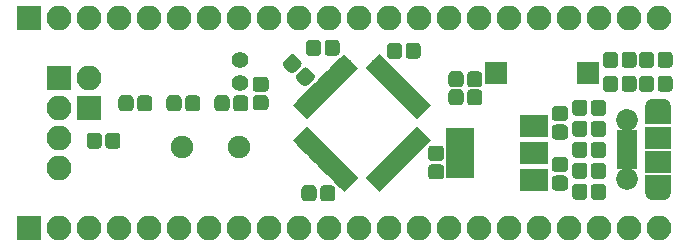
<source format=gts>
G04 #@! TF.GenerationSoftware,KiCad,Pcbnew,(5.0.0)*
G04 #@! TF.CreationDate,2018-10-21T19:09:07+02:00*
G04 #@! TF.ProjectId,mibo48_stm32,6D69626F34385F73746D33322E6B6963,rev?*
G04 #@! TF.SameCoordinates,PX7a53eb0PY5ad6650*
G04 #@! TF.FileFunction,Soldermask,Top*
G04 #@! TF.FilePolarity,Negative*
%FSLAX46Y46*%
G04 Gerber Fmt 4.6, Leading zero omitted, Abs format (unit mm)*
G04 Created by KiCad (PCBNEW (5.0.0)) date 10/21/18 19:09:07*
%MOMM*%
%LPD*%
G01*
G04 APERTURE LIST*
%ADD10C,0.100000*%
%ADD11C,1.275000*%
%ADD12R,1.900000X1.900000*%
%ADD13C,0.650000*%
%ADD14R,2.100000X2.100000*%
%ADD15O,2.100000X2.100000*%
%ADD16R,2.300000X1.900000*%
%ADD17C,1.850000*%
%ADD18R,1.750000X0.800000*%
%ADD19O,2.300000X1.600000*%
%ADD20R,2.300000X1.600000*%
%ADD21R,2.400000X4.200000*%
%ADD22R,2.400000X1.900000*%
%ADD23C,1.900000*%
%ADD24C,1.400000*%
G04 APERTURE END LIST*
D10*
G04 #@! TO.C,R1*
G36*
X7156992Y-11010535D02*
X7187934Y-11015125D01*
X7218277Y-11022725D01*
X7247729Y-11033263D01*
X7276007Y-11046638D01*
X7302837Y-11062719D01*
X7327962Y-11081353D01*
X7351139Y-11102360D01*
X7372146Y-11125537D01*
X7390780Y-11150662D01*
X7406861Y-11177492D01*
X7420236Y-11205770D01*
X7430774Y-11235222D01*
X7438374Y-11265565D01*
X7442964Y-11296507D01*
X7444499Y-11327750D01*
X7444499Y-12040250D01*
X7442964Y-12071493D01*
X7438374Y-12102435D01*
X7430774Y-12132778D01*
X7420236Y-12162230D01*
X7406861Y-12190508D01*
X7390780Y-12217338D01*
X7372146Y-12242463D01*
X7351139Y-12265640D01*
X7327962Y-12286647D01*
X7302837Y-12305281D01*
X7276007Y-12321362D01*
X7247729Y-12334737D01*
X7218277Y-12345275D01*
X7187934Y-12352875D01*
X7156992Y-12357465D01*
X7125749Y-12359000D01*
X6488249Y-12359000D01*
X6457006Y-12357465D01*
X6426064Y-12352875D01*
X6395721Y-12345275D01*
X6366269Y-12334737D01*
X6337991Y-12321362D01*
X6311161Y-12305281D01*
X6286036Y-12286647D01*
X6262859Y-12265640D01*
X6241852Y-12242463D01*
X6223218Y-12217338D01*
X6207137Y-12190508D01*
X6193762Y-12162230D01*
X6183224Y-12132778D01*
X6175624Y-12102435D01*
X6171034Y-12071493D01*
X6169499Y-12040250D01*
X6169499Y-11327750D01*
X6171034Y-11296507D01*
X6175624Y-11265565D01*
X6183224Y-11235222D01*
X6193762Y-11205770D01*
X6207137Y-11177492D01*
X6223218Y-11150662D01*
X6241852Y-11125537D01*
X6262859Y-11102360D01*
X6286036Y-11081353D01*
X6311161Y-11062719D01*
X6337991Y-11046638D01*
X6366269Y-11033263D01*
X6395721Y-11022725D01*
X6426064Y-11015125D01*
X6457006Y-11010535D01*
X6488249Y-11009000D01*
X7125749Y-11009000D01*
X7156992Y-11010535D01*
X7156992Y-11010535D01*
G37*
D11*
X6806999Y-11684000D03*
D10*
G36*
X8731992Y-11010535D02*
X8762934Y-11015125D01*
X8793277Y-11022725D01*
X8822729Y-11033263D01*
X8851007Y-11046638D01*
X8877837Y-11062719D01*
X8902962Y-11081353D01*
X8926139Y-11102360D01*
X8947146Y-11125537D01*
X8965780Y-11150662D01*
X8981861Y-11177492D01*
X8995236Y-11205770D01*
X9005774Y-11235222D01*
X9013374Y-11265565D01*
X9017964Y-11296507D01*
X9019499Y-11327750D01*
X9019499Y-12040250D01*
X9017964Y-12071493D01*
X9013374Y-12102435D01*
X9005774Y-12132778D01*
X8995236Y-12162230D01*
X8981861Y-12190508D01*
X8965780Y-12217338D01*
X8947146Y-12242463D01*
X8926139Y-12265640D01*
X8902962Y-12286647D01*
X8877837Y-12305281D01*
X8851007Y-12321362D01*
X8822729Y-12334737D01*
X8793277Y-12345275D01*
X8762934Y-12352875D01*
X8731992Y-12357465D01*
X8700749Y-12359000D01*
X8063249Y-12359000D01*
X8032006Y-12357465D01*
X8001064Y-12352875D01*
X7970721Y-12345275D01*
X7941269Y-12334737D01*
X7912991Y-12321362D01*
X7886161Y-12305281D01*
X7861036Y-12286647D01*
X7837859Y-12265640D01*
X7816852Y-12242463D01*
X7798218Y-12217338D01*
X7782137Y-12190508D01*
X7768762Y-12162230D01*
X7758224Y-12132778D01*
X7750624Y-12102435D01*
X7746034Y-12071493D01*
X7744499Y-12040250D01*
X7744499Y-11327750D01*
X7746034Y-11296507D01*
X7750624Y-11265565D01*
X7758224Y-11235222D01*
X7768762Y-11205770D01*
X7782137Y-11177492D01*
X7798218Y-11150662D01*
X7816852Y-11125537D01*
X7837859Y-11102360D01*
X7861036Y-11081353D01*
X7886161Y-11062719D01*
X7912991Y-11046638D01*
X7941269Y-11033263D01*
X7970721Y-11022725D01*
X8001064Y-11015125D01*
X8032006Y-11010535D01*
X8063249Y-11009000D01*
X8700749Y-11009000D01*
X8731992Y-11010535D01*
X8731992Y-11010535D01*
G37*
D11*
X8381999Y-11684000D03*
G04 #@! TD*
D12*
G04 #@! TO.C,SW1*
X40804000Y-5969000D03*
X48604000Y-5969000D03*
G04 #@! TD*
D13*
G04 #@! TO.C,U1*
X28332629Y-5139542D03*
D10*
G36*
X27501779Y-4768311D02*
X27961398Y-4308692D01*
X29163479Y-5510773D01*
X28703860Y-5970392D01*
X27501779Y-4768311D01*
X27501779Y-4768311D01*
G37*
D13*
X27979076Y-5493095D03*
D10*
G36*
X27148226Y-5121864D02*
X27607845Y-4662245D01*
X28809926Y-5864326D01*
X28350307Y-6323945D01*
X27148226Y-5121864D01*
X27148226Y-5121864D01*
G37*
D13*
X27625522Y-5846649D03*
D10*
G36*
X26794672Y-5475418D02*
X27254291Y-5015799D01*
X28456372Y-6217880D01*
X27996753Y-6677499D01*
X26794672Y-5475418D01*
X26794672Y-5475418D01*
G37*
D13*
X27271969Y-6200202D03*
D10*
G36*
X26441119Y-5828971D02*
X26900738Y-5369352D01*
X28102819Y-6571433D01*
X27643200Y-7031052D01*
X26441119Y-5828971D01*
X26441119Y-5828971D01*
G37*
D13*
X26918416Y-6553755D03*
D10*
G36*
X26087566Y-6182524D02*
X26547185Y-5722905D01*
X27749266Y-6924986D01*
X27289647Y-7384605D01*
X26087566Y-6182524D01*
X26087566Y-6182524D01*
G37*
D13*
X26564862Y-6907309D03*
D10*
G36*
X25734012Y-6536078D02*
X26193631Y-6076459D01*
X27395712Y-7278540D01*
X26936093Y-7738159D01*
X25734012Y-6536078D01*
X25734012Y-6536078D01*
G37*
D13*
X26211309Y-7260862D03*
D10*
G36*
X25380459Y-6889631D02*
X25840078Y-6430012D01*
X27042159Y-7632093D01*
X26582540Y-8091712D01*
X25380459Y-6889631D01*
X25380459Y-6889631D01*
G37*
D13*
X25857755Y-7614416D03*
D10*
G36*
X25026905Y-7243185D02*
X25486524Y-6783566D01*
X26688605Y-7985647D01*
X26228986Y-8445266D01*
X25026905Y-7243185D01*
X25026905Y-7243185D01*
G37*
D13*
X25504202Y-7967969D03*
D10*
G36*
X24673352Y-7596738D02*
X25132971Y-7137119D01*
X26335052Y-8339200D01*
X25875433Y-8798819D01*
X24673352Y-7596738D01*
X24673352Y-7596738D01*
G37*
D13*
X25150649Y-8321522D03*
D10*
G36*
X24319799Y-7950291D02*
X24779418Y-7490672D01*
X25981499Y-8692753D01*
X25521880Y-9152372D01*
X24319799Y-7950291D01*
X24319799Y-7950291D01*
G37*
D13*
X24797095Y-8675076D03*
D10*
G36*
X23966245Y-8303845D02*
X24425864Y-7844226D01*
X25627945Y-9046307D01*
X25168326Y-9505926D01*
X23966245Y-8303845D01*
X23966245Y-8303845D01*
G37*
D13*
X24443542Y-9028629D03*
D10*
G36*
X23612692Y-8657398D02*
X24072311Y-8197779D01*
X25274392Y-9399860D01*
X24814773Y-9859479D01*
X23612692Y-8657398D01*
X23612692Y-8657398D01*
G37*
D13*
X24443542Y-11291371D03*
D10*
G36*
X24072311Y-12122221D02*
X23612692Y-11662602D01*
X24814773Y-10460521D01*
X25274392Y-10920140D01*
X24072311Y-12122221D01*
X24072311Y-12122221D01*
G37*
D13*
X24797095Y-11644924D03*
D10*
G36*
X24425864Y-12475774D02*
X23966245Y-12016155D01*
X25168326Y-10814074D01*
X25627945Y-11273693D01*
X24425864Y-12475774D01*
X24425864Y-12475774D01*
G37*
D13*
X25150649Y-11998478D03*
D10*
G36*
X24779418Y-12829328D02*
X24319799Y-12369709D01*
X25521880Y-11167628D01*
X25981499Y-11627247D01*
X24779418Y-12829328D01*
X24779418Y-12829328D01*
G37*
D13*
X25504202Y-12352031D03*
D10*
G36*
X25132971Y-13182881D02*
X24673352Y-12723262D01*
X25875433Y-11521181D01*
X26335052Y-11980800D01*
X25132971Y-13182881D01*
X25132971Y-13182881D01*
G37*
D13*
X25857755Y-12705584D03*
D10*
G36*
X25486524Y-13536434D02*
X25026905Y-13076815D01*
X26228986Y-11874734D01*
X26688605Y-12334353D01*
X25486524Y-13536434D01*
X25486524Y-13536434D01*
G37*
D13*
X26211309Y-13059138D03*
D10*
G36*
X25840078Y-13889988D02*
X25380459Y-13430369D01*
X26582540Y-12228288D01*
X27042159Y-12687907D01*
X25840078Y-13889988D01*
X25840078Y-13889988D01*
G37*
D13*
X26564862Y-13412691D03*
D10*
G36*
X26193631Y-14243541D02*
X25734012Y-13783922D01*
X26936093Y-12581841D01*
X27395712Y-13041460D01*
X26193631Y-14243541D01*
X26193631Y-14243541D01*
G37*
D13*
X26918416Y-13766245D03*
D10*
G36*
X26547185Y-14597095D02*
X26087566Y-14137476D01*
X27289647Y-12935395D01*
X27749266Y-13395014D01*
X26547185Y-14597095D01*
X26547185Y-14597095D01*
G37*
D13*
X27271969Y-14119798D03*
D10*
G36*
X26900738Y-14950648D02*
X26441119Y-14491029D01*
X27643200Y-13288948D01*
X28102819Y-13748567D01*
X26900738Y-14950648D01*
X26900738Y-14950648D01*
G37*
D13*
X27625522Y-14473351D03*
D10*
G36*
X27254291Y-15304201D02*
X26794672Y-14844582D01*
X27996753Y-13642501D01*
X28456372Y-14102120D01*
X27254291Y-15304201D01*
X27254291Y-15304201D01*
G37*
D13*
X27979076Y-14826905D03*
D10*
G36*
X27607845Y-15657755D02*
X27148226Y-15198136D01*
X28350307Y-13996055D01*
X28809926Y-14455674D01*
X27607845Y-15657755D01*
X27607845Y-15657755D01*
G37*
D13*
X28332629Y-15180458D03*
D10*
G36*
X27961398Y-16011308D02*
X27501779Y-15551689D01*
X28703860Y-14349608D01*
X29163479Y-14809227D01*
X27961398Y-16011308D01*
X27961398Y-16011308D01*
G37*
D13*
X30595371Y-15180458D03*
D10*
G36*
X29764521Y-14809227D02*
X30224140Y-14349608D01*
X31426221Y-15551689D01*
X30966602Y-16011308D01*
X29764521Y-14809227D01*
X29764521Y-14809227D01*
G37*
D13*
X30948924Y-14826905D03*
D10*
G36*
X30118074Y-14455674D02*
X30577693Y-13996055D01*
X31779774Y-15198136D01*
X31320155Y-15657755D01*
X30118074Y-14455674D01*
X30118074Y-14455674D01*
G37*
D13*
X31302478Y-14473351D03*
D10*
G36*
X30471628Y-14102120D02*
X30931247Y-13642501D01*
X32133328Y-14844582D01*
X31673709Y-15304201D01*
X30471628Y-14102120D01*
X30471628Y-14102120D01*
G37*
D13*
X31656031Y-14119798D03*
D10*
G36*
X30825181Y-13748567D02*
X31284800Y-13288948D01*
X32486881Y-14491029D01*
X32027262Y-14950648D01*
X30825181Y-13748567D01*
X30825181Y-13748567D01*
G37*
D13*
X32009584Y-13766245D03*
D10*
G36*
X31178734Y-13395014D02*
X31638353Y-12935395D01*
X32840434Y-14137476D01*
X32380815Y-14597095D01*
X31178734Y-13395014D01*
X31178734Y-13395014D01*
G37*
D13*
X32363138Y-13412691D03*
D10*
G36*
X31532288Y-13041460D02*
X31991907Y-12581841D01*
X33193988Y-13783922D01*
X32734369Y-14243541D01*
X31532288Y-13041460D01*
X31532288Y-13041460D01*
G37*
D13*
X32716691Y-13059138D03*
D10*
G36*
X31885841Y-12687907D02*
X32345460Y-12228288D01*
X33547541Y-13430369D01*
X33087922Y-13889988D01*
X31885841Y-12687907D01*
X31885841Y-12687907D01*
G37*
D13*
X33070245Y-12705584D03*
D10*
G36*
X32239395Y-12334353D02*
X32699014Y-11874734D01*
X33901095Y-13076815D01*
X33441476Y-13536434D01*
X32239395Y-12334353D01*
X32239395Y-12334353D01*
G37*
D13*
X33423798Y-12352031D03*
D10*
G36*
X32592948Y-11980800D02*
X33052567Y-11521181D01*
X34254648Y-12723262D01*
X33795029Y-13182881D01*
X32592948Y-11980800D01*
X32592948Y-11980800D01*
G37*
D13*
X33777351Y-11998478D03*
D10*
G36*
X32946501Y-11627247D02*
X33406120Y-11167628D01*
X34608201Y-12369709D01*
X34148582Y-12829328D01*
X32946501Y-11627247D01*
X32946501Y-11627247D01*
G37*
D13*
X34130905Y-11644924D03*
D10*
G36*
X33300055Y-11273693D02*
X33759674Y-10814074D01*
X34961755Y-12016155D01*
X34502136Y-12475774D01*
X33300055Y-11273693D01*
X33300055Y-11273693D01*
G37*
D13*
X34484458Y-11291371D03*
D10*
G36*
X33653608Y-10920140D02*
X34113227Y-10460521D01*
X35315308Y-11662602D01*
X34855689Y-12122221D01*
X33653608Y-10920140D01*
X33653608Y-10920140D01*
G37*
D13*
X34484458Y-9028629D03*
D10*
G36*
X34113227Y-9859479D02*
X33653608Y-9399860D01*
X34855689Y-8197779D01*
X35315308Y-8657398D01*
X34113227Y-9859479D01*
X34113227Y-9859479D01*
G37*
D13*
X34130905Y-8675076D03*
D10*
G36*
X33759674Y-9505926D02*
X33300055Y-9046307D01*
X34502136Y-7844226D01*
X34961755Y-8303845D01*
X33759674Y-9505926D01*
X33759674Y-9505926D01*
G37*
D13*
X33777351Y-8321522D03*
D10*
G36*
X33406120Y-9152372D02*
X32946501Y-8692753D01*
X34148582Y-7490672D01*
X34608201Y-7950291D01*
X33406120Y-9152372D01*
X33406120Y-9152372D01*
G37*
D13*
X33423798Y-7967969D03*
D10*
G36*
X33052567Y-8798819D02*
X32592948Y-8339200D01*
X33795029Y-7137119D01*
X34254648Y-7596738D01*
X33052567Y-8798819D01*
X33052567Y-8798819D01*
G37*
D13*
X33070245Y-7614416D03*
D10*
G36*
X32699014Y-8445266D02*
X32239395Y-7985647D01*
X33441476Y-6783566D01*
X33901095Y-7243185D01*
X32699014Y-8445266D01*
X32699014Y-8445266D01*
G37*
D13*
X32716691Y-7260862D03*
D10*
G36*
X32345460Y-8091712D02*
X31885841Y-7632093D01*
X33087922Y-6430012D01*
X33547541Y-6889631D01*
X32345460Y-8091712D01*
X32345460Y-8091712D01*
G37*
D13*
X32363138Y-6907309D03*
D10*
G36*
X31991907Y-7738159D02*
X31532288Y-7278540D01*
X32734369Y-6076459D01*
X33193988Y-6536078D01*
X31991907Y-7738159D01*
X31991907Y-7738159D01*
G37*
D13*
X32009584Y-6553755D03*
D10*
G36*
X31638353Y-7384605D02*
X31178734Y-6924986D01*
X32380815Y-5722905D01*
X32840434Y-6182524D01*
X31638353Y-7384605D01*
X31638353Y-7384605D01*
G37*
D13*
X31656031Y-6200202D03*
D10*
G36*
X31284800Y-7031052D02*
X30825181Y-6571433D01*
X32027262Y-5369352D01*
X32486881Y-5828971D01*
X31284800Y-7031052D01*
X31284800Y-7031052D01*
G37*
D13*
X31302478Y-5846649D03*
D10*
G36*
X30931247Y-6677499D02*
X30471628Y-6217880D01*
X31673709Y-5015799D01*
X32133328Y-5475418D01*
X30931247Y-6677499D01*
X30931247Y-6677499D01*
G37*
D13*
X30948924Y-5493095D03*
D10*
G36*
X30577693Y-6323945D02*
X30118074Y-5864326D01*
X31320155Y-4662245D01*
X31779774Y-5121864D01*
X30577693Y-6323945D01*
X30577693Y-6323945D01*
G37*
D13*
X30595371Y-5139542D03*
D10*
G36*
X30224140Y-5970392D02*
X29764521Y-5510773D01*
X30966602Y-4308692D01*
X31426221Y-4768311D01*
X30224140Y-5970392D01*
X30224140Y-5970392D01*
G37*
G04 #@! TD*
G04 #@! TO.C,C4*
G36*
X23630913Y-4363641D02*
X23661855Y-4368231D01*
X23692198Y-4375831D01*
X23721650Y-4386369D01*
X23749928Y-4399744D01*
X23776758Y-4415825D01*
X23801883Y-4434459D01*
X23825060Y-4455466D01*
X24275840Y-4906246D01*
X24296847Y-4929423D01*
X24315481Y-4954548D01*
X24331562Y-4981378D01*
X24344937Y-5009656D01*
X24355475Y-5039108D01*
X24363075Y-5069451D01*
X24367665Y-5100393D01*
X24369200Y-5131636D01*
X24367665Y-5162879D01*
X24363075Y-5193821D01*
X24355475Y-5224164D01*
X24344937Y-5253616D01*
X24331562Y-5281894D01*
X24315481Y-5308724D01*
X24296847Y-5333849D01*
X24275840Y-5357026D01*
X23772026Y-5860840D01*
X23748849Y-5881847D01*
X23723724Y-5900481D01*
X23696894Y-5916562D01*
X23668616Y-5929937D01*
X23639164Y-5940475D01*
X23608821Y-5948075D01*
X23577879Y-5952665D01*
X23546636Y-5954200D01*
X23515393Y-5952665D01*
X23484451Y-5948075D01*
X23454108Y-5940475D01*
X23424656Y-5929937D01*
X23396378Y-5916562D01*
X23369548Y-5900481D01*
X23344423Y-5881847D01*
X23321246Y-5860840D01*
X22870466Y-5410060D01*
X22849459Y-5386883D01*
X22830825Y-5361758D01*
X22814744Y-5334928D01*
X22801369Y-5306650D01*
X22790831Y-5277198D01*
X22783231Y-5246855D01*
X22778641Y-5215913D01*
X22777106Y-5184670D01*
X22778641Y-5153427D01*
X22783231Y-5122485D01*
X22790831Y-5092142D01*
X22801369Y-5062690D01*
X22814744Y-5034412D01*
X22830825Y-5007582D01*
X22849459Y-4982457D01*
X22870466Y-4959280D01*
X23374280Y-4455466D01*
X23397457Y-4434459D01*
X23422582Y-4415825D01*
X23449412Y-4399744D01*
X23477690Y-4386369D01*
X23507142Y-4375831D01*
X23537485Y-4368231D01*
X23568427Y-4363641D01*
X23599670Y-4362106D01*
X23630913Y-4363641D01*
X23630913Y-4363641D01*
G37*
D11*
X23573153Y-5158153D03*
D10*
G36*
X24744607Y-5477335D02*
X24775549Y-5481925D01*
X24805892Y-5489525D01*
X24835344Y-5500063D01*
X24863622Y-5513438D01*
X24890452Y-5529519D01*
X24915577Y-5548153D01*
X24938754Y-5569160D01*
X25389534Y-6019940D01*
X25410541Y-6043117D01*
X25429175Y-6068242D01*
X25445256Y-6095072D01*
X25458631Y-6123350D01*
X25469169Y-6152802D01*
X25476769Y-6183145D01*
X25481359Y-6214087D01*
X25482894Y-6245330D01*
X25481359Y-6276573D01*
X25476769Y-6307515D01*
X25469169Y-6337858D01*
X25458631Y-6367310D01*
X25445256Y-6395588D01*
X25429175Y-6422418D01*
X25410541Y-6447543D01*
X25389534Y-6470720D01*
X24885720Y-6974534D01*
X24862543Y-6995541D01*
X24837418Y-7014175D01*
X24810588Y-7030256D01*
X24782310Y-7043631D01*
X24752858Y-7054169D01*
X24722515Y-7061769D01*
X24691573Y-7066359D01*
X24660330Y-7067894D01*
X24629087Y-7066359D01*
X24598145Y-7061769D01*
X24567802Y-7054169D01*
X24538350Y-7043631D01*
X24510072Y-7030256D01*
X24483242Y-7014175D01*
X24458117Y-6995541D01*
X24434940Y-6974534D01*
X23984160Y-6523754D01*
X23963153Y-6500577D01*
X23944519Y-6475452D01*
X23928438Y-6448622D01*
X23915063Y-6420344D01*
X23904525Y-6390892D01*
X23896925Y-6360549D01*
X23892335Y-6329607D01*
X23890800Y-6298364D01*
X23892335Y-6267121D01*
X23896925Y-6236179D01*
X23904525Y-6205836D01*
X23915063Y-6176384D01*
X23928438Y-6148106D01*
X23944519Y-6121276D01*
X23963153Y-6096151D01*
X23984160Y-6072974D01*
X24487974Y-5569160D01*
X24511151Y-5548153D01*
X24536276Y-5529519D01*
X24563106Y-5513438D01*
X24591384Y-5500063D01*
X24620836Y-5489525D01*
X24651179Y-5481925D01*
X24682121Y-5477335D01*
X24713364Y-5475800D01*
X24744607Y-5477335D01*
X24744607Y-5477335D01*
G37*
D11*
X24686847Y-6271847D03*
G04 #@! TD*
D10*
G04 #@! TO.C,C5*
G36*
X34157493Y-3390535D02*
X34188435Y-3395125D01*
X34218778Y-3402725D01*
X34248230Y-3413263D01*
X34276508Y-3426638D01*
X34303338Y-3442719D01*
X34328463Y-3461353D01*
X34351640Y-3482360D01*
X34372647Y-3505537D01*
X34391281Y-3530662D01*
X34407362Y-3557492D01*
X34420737Y-3585770D01*
X34431275Y-3615222D01*
X34438875Y-3645565D01*
X34443465Y-3676507D01*
X34445000Y-3707750D01*
X34445000Y-4420250D01*
X34443465Y-4451493D01*
X34438875Y-4482435D01*
X34431275Y-4512778D01*
X34420737Y-4542230D01*
X34407362Y-4570508D01*
X34391281Y-4597338D01*
X34372647Y-4622463D01*
X34351640Y-4645640D01*
X34328463Y-4666647D01*
X34303338Y-4685281D01*
X34276508Y-4701362D01*
X34248230Y-4714737D01*
X34218778Y-4725275D01*
X34188435Y-4732875D01*
X34157493Y-4737465D01*
X34126250Y-4739000D01*
X33488750Y-4739000D01*
X33457507Y-4737465D01*
X33426565Y-4732875D01*
X33396222Y-4725275D01*
X33366770Y-4714737D01*
X33338492Y-4701362D01*
X33311662Y-4685281D01*
X33286537Y-4666647D01*
X33263360Y-4645640D01*
X33242353Y-4622463D01*
X33223719Y-4597338D01*
X33207638Y-4570508D01*
X33194263Y-4542230D01*
X33183725Y-4512778D01*
X33176125Y-4482435D01*
X33171535Y-4451493D01*
X33170000Y-4420250D01*
X33170000Y-3707750D01*
X33171535Y-3676507D01*
X33176125Y-3645565D01*
X33183725Y-3615222D01*
X33194263Y-3585770D01*
X33207638Y-3557492D01*
X33223719Y-3530662D01*
X33242353Y-3505537D01*
X33263360Y-3482360D01*
X33286537Y-3461353D01*
X33311662Y-3442719D01*
X33338492Y-3426638D01*
X33366770Y-3413263D01*
X33396222Y-3402725D01*
X33426565Y-3395125D01*
X33457507Y-3390535D01*
X33488750Y-3389000D01*
X34126250Y-3389000D01*
X34157493Y-3390535D01*
X34157493Y-3390535D01*
G37*
D11*
X33807500Y-4064000D03*
D10*
G36*
X32582493Y-3390535D02*
X32613435Y-3395125D01*
X32643778Y-3402725D01*
X32673230Y-3413263D01*
X32701508Y-3426638D01*
X32728338Y-3442719D01*
X32753463Y-3461353D01*
X32776640Y-3482360D01*
X32797647Y-3505537D01*
X32816281Y-3530662D01*
X32832362Y-3557492D01*
X32845737Y-3585770D01*
X32856275Y-3615222D01*
X32863875Y-3645565D01*
X32868465Y-3676507D01*
X32870000Y-3707750D01*
X32870000Y-4420250D01*
X32868465Y-4451493D01*
X32863875Y-4482435D01*
X32856275Y-4512778D01*
X32845737Y-4542230D01*
X32832362Y-4570508D01*
X32816281Y-4597338D01*
X32797647Y-4622463D01*
X32776640Y-4645640D01*
X32753463Y-4666647D01*
X32728338Y-4685281D01*
X32701508Y-4701362D01*
X32673230Y-4714737D01*
X32643778Y-4725275D01*
X32613435Y-4732875D01*
X32582493Y-4737465D01*
X32551250Y-4739000D01*
X31913750Y-4739000D01*
X31882507Y-4737465D01*
X31851565Y-4732875D01*
X31821222Y-4725275D01*
X31791770Y-4714737D01*
X31763492Y-4701362D01*
X31736662Y-4685281D01*
X31711537Y-4666647D01*
X31688360Y-4645640D01*
X31667353Y-4622463D01*
X31648719Y-4597338D01*
X31632638Y-4570508D01*
X31619263Y-4542230D01*
X31608725Y-4512778D01*
X31601125Y-4482435D01*
X31596535Y-4451493D01*
X31595000Y-4420250D01*
X31595000Y-3707750D01*
X31596535Y-3676507D01*
X31601125Y-3645565D01*
X31608725Y-3615222D01*
X31619263Y-3585770D01*
X31632638Y-3557492D01*
X31648719Y-3530662D01*
X31667353Y-3505537D01*
X31688360Y-3482360D01*
X31711537Y-3461353D01*
X31736662Y-3442719D01*
X31763492Y-3426638D01*
X31791770Y-3413263D01*
X31821222Y-3402725D01*
X31851565Y-3395125D01*
X31882507Y-3390535D01*
X31913750Y-3389000D01*
X32551250Y-3389000D01*
X32582493Y-3390535D01*
X32582493Y-3390535D01*
G37*
D11*
X32232500Y-4064000D03*
G04 #@! TD*
D10*
G04 #@! TO.C,C1*
G36*
X9849493Y-7835535D02*
X9880435Y-7840125D01*
X9910778Y-7847725D01*
X9940230Y-7858263D01*
X9968508Y-7871638D01*
X9995338Y-7887719D01*
X10020463Y-7906353D01*
X10043640Y-7927360D01*
X10064647Y-7950537D01*
X10083281Y-7975662D01*
X10099362Y-8002492D01*
X10112737Y-8030770D01*
X10123275Y-8060222D01*
X10130875Y-8090565D01*
X10135465Y-8121507D01*
X10137000Y-8152750D01*
X10137000Y-8865250D01*
X10135465Y-8896493D01*
X10130875Y-8927435D01*
X10123275Y-8957778D01*
X10112737Y-8987230D01*
X10099362Y-9015508D01*
X10083281Y-9042338D01*
X10064647Y-9067463D01*
X10043640Y-9090640D01*
X10020463Y-9111647D01*
X9995338Y-9130281D01*
X9968508Y-9146362D01*
X9940230Y-9159737D01*
X9910778Y-9170275D01*
X9880435Y-9177875D01*
X9849493Y-9182465D01*
X9818250Y-9184000D01*
X9180750Y-9184000D01*
X9149507Y-9182465D01*
X9118565Y-9177875D01*
X9088222Y-9170275D01*
X9058770Y-9159737D01*
X9030492Y-9146362D01*
X9003662Y-9130281D01*
X8978537Y-9111647D01*
X8955360Y-9090640D01*
X8934353Y-9067463D01*
X8915719Y-9042338D01*
X8899638Y-9015508D01*
X8886263Y-8987230D01*
X8875725Y-8957778D01*
X8868125Y-8927435D01*
X8863535Y-8896493D01*
X8862000Y-8865250D01*
X8862000Y-8152750D01*
X8863535Y-8121507D01*
X8868125Y-8090565D01*
X8875725Y-8060222D01*
X8886263Y-8030770D01*
X8899638Y-8002492D01*
X8915719Y-7975662D01*
X8934353Y-7950537D01*
X8955360Y-7927360D01*
X8978537Y-7906353D01*
X9003662Y-7887719D01*
X9030492Y-7871638D01*
X9058770Y-7858263D01*
X9088222Y-7847725D01*
X9118565Y-7840125D01*
X9149507Y-7835535D01*
X9180750Y-7834000D01*
X9818250Y-7834000D01*
X9849493Y-7835535D01*
X9849493Y-7835535D01*
G37*
D11*
X9499500Y-8509000D03*
D10*
G36*
X11424493Y-7835535D02*
X11455435Y-7840125D01*
X11485778Y-7847725D01*
X11515230Y-7858263D01*
X11543508Y-7871638D01*
X11570338Y-7887719D01*
X11595463Y-7906353D01*
X11618640Y-7927360D01*
X11639647Y-7950537D01*
X11658281Y-7975662D01*
X11674362Y-8002492D01*
X11687737Y-8030770D01*
X11698275Y-8060222D01*
X11705875Y-8090565D01*
X11710465Y-8121507D01*
X11712000Y-8152750D01*
X11712000Y-8865250D01*
X11710465Y-8896493D01*
X11705875Y-8927435D01*
X11698275Y-8957778D01*
X11687737Y-8987230D01*
X11674362Y-9015508D01*
X11658281Y-9042338D01*
X11639647Y-9067463D01*
X11618640Y-9090640D01*
X11595463Y-9111647D01*
X11570338Y-9130281D01*
X11543508Y-9146362D01*
X11515230Y-9159737D01*
X11485778Y-9170275D01*
X11455435Y-9177875D01*
X11424493Y-9182465D01*
X11393250Y-9184000D01*
X10755750Y-9184000D01*
X10724507Y-9182465D01*
X10693565Y-9177875D01*
X10663222Y-9170275D01*
X10633770Y-9159737D01*
X10605492Y-9146362D01*
X10578662Y-9130281D01*
X10553537Y-9111647D01*
X10530360Y-9090640D01*
X10509353Y-9067463D01*
X10490719Y-9042338D01*
X10474638Y-9015508D01*
X10461263Y-8987230D01*
X10450725Y-8957778D01*
X10443125Y-8927435D01*
X10438535Y-8896493D01*
X10437000Y-8865250D01*
X10437000Y-8152750D01*
X10438535Y-8121507D01*
X10443125Y-8090565D01*
X10450725Y-8060222D01*
X10461263Y-8030770D01*
X10474638Y-8002492D01*
X10490719Y-7975662D01*
X10509353Y-7950537D01*
X10530360Y-7927360D01*
X10553537Y-7906353D01*
X10578662Y-7887719D01*
X10605492Y-7871638D01*
X10633770Y-7858263D01*
X10663222Y-7847725D01*
X10693565Y-7840125D01*
X10724507Y-7835535D01*
X10755750Y-7834000D01*
X11393250Y-7834000D01*
X11424493Y-7835535D01*
X11424493Y-7835535D01*
G37*
D11*
X11074500Y-8509000D03*
G04 #@! TD*
D10*
G04 #@! TO.C,C2*
G36*
X15488493Y-7835535D02*
X15519435Y-7840125D01*
X15549778Y-7847725D01*
X15579230Y-7858263D01*
X15607508Y-7871638D01*
X15634338Y-7887719D01*
X15659463Y-7906353D01*
X15682640Y-7927360D01*
X15703647Y-7950537D01*
X15722281Y-7975662D01*
X15738362Y-8002492D01*
X15751737Y-8030770D01*
X15762275Y-8060222D01*
X15769875Y-8090565D01*
X15774465Y-8121507D01*
X15776000Y-8152750D01*
X15776000Y-8865250D01*
X15774465Y-8896493D01*
X15769875Y-8927435D01*
X15762275Y-8957778D01*
X15751737Y-8987230D01*
X15738362Y-9015508D01*
X15722281Y-9042338D01*
X15703647Y-9067463D01*
X15682640Y-9090640D01*
X15659463Y-9111647D01*
X15634338Y-9130281D01*
X15607508Y-9146362D01*
X15579230Y-9159737D01*
X15549778Y-9170275D01*
X15519435Y-9177875D01*
X15488493Y-9182465D01*
X15457250Y-9184000D01*
X14819750Y-9184000D01*
X14788507Y-9182465D01*
X14757565Y-9177875D01*
X14727222Y-9170275D01*
X14697770Y-9159737D01*
X14669492Y-9146362D01*
X14642662Y-9130281D01*
X14617537Y-9111647D01*
X14594360Y-9090640D01*
X14573353Y-9067463D01*
X14554719Y-9042338D01*
X14538638Y-9015508D01*
X14525263Y-8987230D01*
X14514725Y-8957778D01*
X14507125Y-8927435D01*
X14502535Y-8896493D01*
X14501000Y-8865250D01*
X14501000Y-8152750D01*
X14502535Y-8121507D01*
X14507125Y-8090565D01*
X14514725Y-8060222D01*
X14525263Y-8030770D01*
X14538638Y-8002492D01*
X14554719Y-7975662D01*
X14573353Y-7950537D01*
X14594360Y-7927360D01*
X14617537Y-7906353D01*
X14642662Y-7887719D01*
X14669492Y-7871638D01*
X14697770Y-7858263D01*
X14727222Y-7847725D01*
X14757565Y-7840125D01*
X14788507Y-7835535D01*
X14819750Y-7834000D01*
X15457250Y-7834000D01*
X15488493Y-7835535D01*
X15488493Y-7835535D01*
G37*
D11*
X15138500Y-8509000D03*
D10*
G36*
X13913493Y-7835535D02*
X13944435Y-7840125D01*
X13974778Y-7847725D01*
X14004230Y-7858263D01*
X14032508Y-7871638D01*
X14059338Y-7887719D01*
X14084463Y-7906353D01*
X14107640Y-7927360D01*
X14128647Y-7950537D01*
X14147281Y-7975662D01*
X14163362Y-8002492D01*
X14176737Y-8030770D01*
X14187275Y-8060222D01*
X14194875Y-8090565D01*
X14199465Y-8121507D01*
X14201000Y-8152750D01*
X14201000Y-8865250D01*
X14199465Y-8896493D01*
X14194875Y-8927435D01*
X14187275Y-8957778D01*
X14176737Y-8987230D01*
X14163362Y-9015508D01*
X14147281Y-9042338D01*
X14128647Y-9067463D01*
X14107640Y-9090640D01*
X14084463Y-9111647D01*
X14059338Y-9130281D01*
X14032508Y-9146362D01*
X14004230Y-9159737D01*
X13974778Y-9170275D01*
X13944435Y-9177875D01*
X13913493Y-9182465D01*
X13882250Y-9184000D01*
X13244750Y-9184000D01*
X13213507Y-9182465D01*
X13182565Y-9177875D01*
X13152222Y-9170275D01*
X13122770Y-9159737D01*
X13094492Y-9146362D01*
X13067662Y-9130281D01*
X13042537Y-9111647D01*
X13019360Y-9090640D01*
X12998353Y-9067463D01*
X12979719Y-9042338D01*
X12963638Y-9015508D01*
X12950263Y-8987230D01*
X12939725Y-8957778D01*
X12932125Y-8927435D01*
X12927535Y-8896493D01*
X12926000Y-8865250D01*
X12926000Y-8152750D01*
X12927535Y-8121507D01*
X12932125Y-8090565D01*
X12939725Y-8060222D01*
X12950263Y-8030770D01*
X12963638Y-8002492D01*
X12979719Y-7975662D01*
X12998353Y-7950537D01*
X13019360Y-7927360D01*
X13042537Y-7906353D01*
X13067662Y-7887719D01*
X13094492Y-7871638D01*
X13122770Y-7858263D01*
X13152222Y-7847725D01*
X13182565Y-7840125D01*
X13213507Y-7835535D01*
X13244750Y-7834000D01*
X13882250Y-7834000D01*
X13913493Y-7835535D01*
X13913493Y-7835535D01*
G37*
D11*
X13563500Y-8509000D03*
G04 #@! TD*
D10*
G04 #@! TO.C,C3*
G36*
X39364493Y-5803535D02*
X39395435Y-5808125D01*
X39425778Y-5815725D01*
X39455230Y-5826263D01*
X39483508Y-5839638D01*
X39510338Y-5855719D01*
X39535463Y-5874353D01*
X39558640Y-5895360D01*
X39579647Y-5918537D01*
X39598281Y-5943662D01*
X39614362Y-5970492D01*
X39627737Y-5998770D01*
X39638275Y-6028222D01*
X39645875Y-6058565D01*
X39650465Y-6089507D01*
X39652000Y-6120750D01*
X39652000Y-6833250D01*
X39650465Y-6864493D01*
X39645875Y-6895435D01*
X39638275Y-6925778D01*
X39627737Y-6955230D01*
X39614362Y-6983508D01*
X39598281Y-7010338D01*
X39579647Y-7035463D01*
X39558640Y-7058640D01*
X39535463Y-7079647D01*
X39510338Y-7098281D01*
X39483508Y-7114362D01*
X39455230Y-7127737D01*
X39425778Y-7138275D01*
X39395435Y-7145875D01*
X39364493Y-7150465D01*
X39333250Y-7152000D01*
X38695750Y-7152000D01*
X38664507Y-7150465D01*
X38633565Y-7145875D01*
X38603222Y-7138275D01*
X38573770Y-7127737D01*
X38545492Y-7114362D01*
X38518662Y-7098281D01*
X38493537Y-7079647D01*
X38470360Y-7058640D01*
X38449353Y-7035463D01*
X38430719Y-7010338D01*
X38414638Y-6983508D01*
X38401263Y-6955230D01*
X38390725Y-6925778D01*
X38383125Y-6895435D01*
X38378535Y-6864493D01*
X38377000Y-6833250D01*
X38377000Y-6120750D01*
X38378535Y-6089507D01*
X38383125Y-6058565D01*
X38390725Y-6028222D01*
X38401263Y-5998770D01*
X38414638Y-5970492D01*
X38430719Y-5943662D01*
X38449353Y-5918537D01*
X38470360Y-5895360D01*
X38493537Y-5874353D01*
X38518662Y-5855719D01*
X38545492Y-5839638D01*
X38573770Y-5826263D01*
X38603222Y-5815725D01*
X38633565Y-5808125D01*
X38664507Y-5803535D01*
X38695750Y-5802000D01*
X39333250Y-5802000D01*
X39364493Y-5803535D01*
X39364493Y-5803535D01*
G37*
D11*
X39014500Y-6477000D03*
D10*
G36*
X37789493Y-5803535D02*
X37820435Y-5808125D01*
X37850778Y-5815725D01*
X37880230Y-5826263D01*
X37908508Y-5839638D01*
X37935338Y-5855719D01*
X37960463Y-5874353D01*
X37983640Y-5895360D01*
X38004647Y-5918537D01*
X38023281Y-5943662D01*
X38039362Y-5970492D01*
X38052737Y-5998770D01*
X38063275Y-6028222D01*
X38070875Y-6058565D01*
X38075465Y-6089507D01*
X38077000Y-6120750D01*
X38077000Y-6833250D01*
X38075465Y-6864493D01*
X38070875Y-6895435D01*
X38063275Y-6925778D01*
X38052737Y-6955230D01*
X38039362Y-6983508D01*
X38023281Y-7010338D01*
X38004647Y-7035463D01*
X37983640Y-7058640D01*
X37960463Y-7079647D01*
X37935338Y-7098281D01*
X37908508Y-7114362D01*
X37880230Y-7127737D01*
X37850778Y-7138275D01*
X37820435Y-7145875D01*
X37789493Y-7150465D01*
X37758250Y-7152000D01*
X37120750Y-7152000D01*
X37089507Y-7150465D01*
X37058565Y-7145875D01*
X37028222Y-7138275D01*
X36998770Y-7127737D01*
X36970492Y-7114362D01*
X36943662Y-7098281D01*
X36918537Y-7079647D01*
X36895360Y-7058640D01*
X36874353Y-7035463D01*
X36855719Y-7010338D01*
X36839638Y-6983508D01*
X36826263Y-6955230D01*
X36815725Y-6925778D01*
X36808125Y-6895435D01*
X36803535Y-6864493D01*
X36802000Y-6833250D01*
X36802000Y-6120750D01*
X36803535Y-6089507D01*
X36808125Y-6058565D01*
X36815725Y-6028222D01*
X36826263Y-5998770D01*
X36839638Y-5970492D01*
X36855719Y-5943662D01*
X36874353Y-5918537D01*
X36895360Y-5895360D01*
X36918537Y-5874353D01*
X36943662Y-5855719D01*
X36970492Y-5839638D01*
X36998770Y-5826263D01*
X37028222Y-5815725D01*
X37058565Y-5808125D01*
X37089507Y-5803535D01*
X37120750Y-5802000D01*
X37758250Y-5802000D01*
X37789493Y-5803535D01*
X37789493Y-5803535D01*
G37*
D11*
X37439500Y-6477000D03*
G04 #@! TD*
D10*
G04 #@! TO.C,C6*
G36*
X36137993Y-12102035D02*
X36168935Y-12106625D01*
X36199278Y-12114225D01*
X36228730Y-12124763D01*
X36257008Y-12138138D01*
X36283838Y-12154219D01*
X36308963Y-12172853D01*
X36332140Y-12193860D01*
X36353147Y-12217037D01*
X36371781Y-12242162D01*
X36387862Y-12268992D01*
X36401237Y-12297270D01*
X36411775Y-12326722D01*
X36419375Y-12357065D01*
X36423965Y-12388007D01*
X36425500Y-12419250D01*
X36425500Y-13056750D01*
X36423965Y-13087993D01*
X36419375Y-13118935D01*
X36411775Y-13149278D01*
X36401237Y-13178730D01*
X36387862Y-13207008D01*
X36371781Y-13233838D01*
X36353147Y-13258963D01*
X36332140Y-13282140D01*
X36308963Y-13303147D01*
X36283838Y-13321781D01*
X36257008Y-13337862D01*
X36228730Y-13351237D01*
X36199278Y-13361775D01*
X36168935Y-13369375D01*
X36137993Y-13373965D01*
X36106750Y-13375500D01*
X35394250Y-13375500D01*
X35363007Y-13373965D01*
X35332065Y-13369375D01*
X35301722Y-13361775D01*
X35272270Y-13351237D01*
X35243992Y-13337862D01*
X35217162Y-13321781D01*
X35192037Y-13303147D01*
X35168860Y-13282140D01*
X35147853Y-13258963D01*
X35129219Y-13233838D01*
X35113138Y-13207008D01*
X35099763Y-13178730D01*
X35089225Y-13149278D01*
X35081625Y-13118935D01*
X35077035Y-13087993D01*
X35075500Y-13056750D01*
X35075500Y-12419250D01*
X35077035Y-12388007D01*
X35081625Y-12357065D01*
X35089225Y-12326722D01*
X35099763Y-12297270D01*
X35113138Y-12268992D01*
X35129219Y-12242162D01*
X35147853Y-12217037D01*
X35168860Y-12193860D01*
X35192037Y-12172853D01*
X35217162Y-12154219D01*
X35243992Y-12138138D01*
X35272270Y-12124763D01*
X35301722Y-12114225D01*
X35332065Y-12106625D01*
X35363007Y-12102035D01*
X35394250Y-12100500D01*
X36106750Y-12100500D01*
X36137993Y-12102035D01*
X36137993Y-12102035D01*
G37*
D11*
X35750500Y-12738000D03*
D10*
G36*
X36137993Y-13677035D02*
X36168935Y-13681625D01*
X36199278Y-13689225D01*
X36228730Y-13699763D01*
X36257008Y-13713138D01*
X36283838Y-13729219D01*
X36308963Y-13747853D01*
X36332140Y-13768860D01*
X36353147Y-13792037D01*
X36371781Y-13817162D01*
X36387862Y-13843992D01*
X36401237Y-13872270D01*
X36411775Y-13901722D01*
X36419375Y-13932065D01*
X36423965Y-13963007D01*
X36425500Y-13994250D01*
X36425500Y-14631750D01*
X36423965Y-14662993D01*
X36419375Y-14693935D01*
X36411775Y-14724278D01*
X36401237Y-14753730D01*
X36387862Y-14782008D01*
X36371781Y-14808838D01*
X36353147Y-14833963D01*
X36332140Y-14857140D01*
X36308963Y-14878147D01*
X36283838Y-14896781D01*
X36257008Y-14912862D01*
X36228730Y-14926237D01*
X36199278Y-14936775D01*
X36168935Y-14944375D01*
X36137993Y-14948965D01*
X36106750Y-14950500D01*
X35394250Y-14950500D01*
X35363007Y-14948965D01*
X35332065Y-14944375D01*
X35301722Y-14936775D01*
X35272270Y-14926237D01*
X35243992Y-14912862D01*
X35217162Y-14896781D01*
X35192037Y-14878147D01*
X35168860Y-14857140D01*
X35147853Y-14833963D01*
X35129219Y-14808838D01*
X35113138Y-14782008D01*
X35099763Y-14753730D01*
X35089225Y-14724278D01*
X35081625Y-14693935D01*
X35077035Y-14662993D01*
X35075500Y-14631750D01*
X35075500Y-13994250D01*
X35077035Y-13963007D01*
X35081625Y-13932065D01*
X35089225Y-13901722D01*
X35099763Y-13872270D01*
X35113138Y-13843992D01*
X35129219Y-13817162D01*
X35147853Y-13792037D01*
X35168860Y-13768860D01*
X35192037Y-13747853D01*
X35217162Y-13729219D01*
X35243992Y-13713138D01*
X35272270Y-13699763D01*
X35301722Y-13689225D01*
X35332065Y-13681625D01*
X35363007Y-13677035D01*
X35394250Y-13675500D01*
X36106750Y-13675500D01*
X36137993Y-13677035D01*
X36137993Y-13677035D01*
G37*
D11*
X35750500Y-14313000D03*
G04 #@! TD*
D10*
G04 #@! TO.C,C7*
G36*
X26918493Y-15455535D02*
X26949435Y-15460125D01*
X26979778Y-15467725D01*
X27009230Y-15478263D01*
X27037508Y-15491638D01*
X27064338Y-15507719D01*
X27089463Y-15526353D01*
X27112640Y-15547360D01*
X27133647Y-15570537D01*
X27152281Y-15595662D01*
X27168362Y-15622492D01*
X27181737Y-15650770D01*
X27192275Y-15680222D01*
X27199875Y-15710565D01*
X27204465Y-15741507D01*
X27206000Y-15772750D01*
X27206000Y-16485250D01*
X27204465Y-16516493D01*
X27199875Y-16547435D01*
X27192275Y-16577778D01*
X27181737Y-16607230D01*
X27168362Y-16635508D01*
X27152281Y-16662338D01*
X27133647Y-16687463D01*
X27112640Y-16710640D01*
X27089463Y-16731647D01*
X27064338Y-16750281D01*
X27037508Y-16766362D01*
X27009230Y-16779737D01*
X26979778Y-16790275D01*
X26949435Y-16797875D01*
X26918493Y-16802465D01*
X26887250Y-16804000D01*
X26249750Y-16804000D01*
X26218507Y-16802465D01*
X26187565Y-16797875D01*
X26157222Y-16790275D01*
X26127770Y-16779737D01*
X26099492Y-16766362D01*
X26072662Y-16750281D01*
X26047537Y-16731647D01*
X26024360Y-16710640D01*
X26003353Y-16687463D01*
X25984719Y-16662338D01*
X25968638Y-16635508D01*
X25955263Y-16607230D01*
X25944725Y-16577778D01*
X25937125Y-16547435D01*
X25932535Y-16516493D01*
X25931000Y-16485250D01*
X25931000Y-15772750D01*
X25932535Y-15741507D01*
X25937125Y-15710565D01*
X25944725Y-15680222D01*
X25955263Y-15650770D01*
X25968638Y-15622492D01*
X25984719Y-15595662D01*
X26003353Y-15570537D01*
X26024360Y-15547360D01*
X26047537Y-15526353D01*
X26072662Y-15507719D01*
X26099492Y-15491638D01*
X26127770Y-15478263D01*
X26157222Y-15467725D01*
X26187565Y-15460125D01*
X26218507Y-15455535D01*
X26249750Y-15454000D01*
X26887250Y-15454000D01*
X26918493Y-15455535D01*
X26918493Y-15455535D01*
G37*
D11*
X26568500Y-16129000D03*
D10*
G36*
X25343493Y-15455535D02*
X25374435Y-15460125D01*
X25404778Y-15467725D01*
X25434230Y-15478263D01*
X25462508Y-15491638D01*
X25489338Y-15507719D01*
X25514463Y-15526353D01*
X25537640Y-15547360D01*
X25558647Y-15570537D01*
X25577281Y-15595662D01*
X25593362Y-15622492D01*
X25606737Y-15650770D01*
X25617275Y-15680222D01*
X25624875Y-15710565D01*
X25629465Y-15741507D01*
X25631000Y-15772750D01*
X25631000Y-16485250D01*
X25629465Y-16516493D01*
X25624875Y-16547435D01*
X25617275Y-16577778D01*
X25606737Y-16607230D01*
X25593362Y-16635508D01*
X25577281Y-16662338D01*
X25558647Y-16687463D01*
X25537640Y-16710640D01*
X25514463Y-16731647D01*
X25489338Y-16750281D01*
X25462508Y-16766362D01*
X25434230Y-16779737D01*
X25404778Y-16790275D01*
X25374435Y-16797875D01*
X25343493Y-16802465D01*
X25312250Y-16804000D01*
X24674750Y-16804000D01*
X24643507Y-16802465D01*
X24612565Y-16797875D01*
X24582222Y-16790275D01*
X24552770Y-16779737D01*
X24524492Y-16766362D01*
X24497662Y-16750281D01*
X24472537Y-16731647D01*
X24449360Y-16710640D01*
X24428353Y-16687463D01*
X24409719Y-16662338D01*
X24393638Y-16635508D01*
X24380263Y-16607230D01*
X24369725Y-16577778D01*
X24362125Y-16547435D01*
X24357535Y-16516493D01*
X24356000Y-16485250D01*
X24356000Y-15772750D01*
X24357535Y-15741507D01*
X24362125Y-15710565D01*
X24369725Y-15680222D01*
X24380263Y-15650770D01*
X24393638Y-15622492D01*
X24409719Y-15595662D01*
X24428353Y-15570537D01*
X24449360Y-15547360D01*
X24472537Y-15526353D01*
X24497662Y-15507719D01*
X24524492Y-15491638D01*
X24552770Y-15478263D01*
X24582222Y-15467725D01*
X24612565Y-15460125D01*
X24643507Y-15455535D01*
X24674750Y-15454000D01*
X25312250Y-15454000D01*
X25343493Y-15455535D01*
X25343493Y-15455535D01*
G37*
D11*
X24993500Y-16129000D03*
G04 #@! TD*
D10*
G04 #@! TO.C,C8*
G36*
X46615493Y-8736535D02*
X46646435Y-8741125D01*
X46676778Y-8748725D01*
X46706230Y-8759263D01*
X46734508Y-8772638D01*
X46761338Y-8788719D01*
X46786463Y-8807353D01*
X46809640Y-8828360D01*
X46830647Y-8851537D01*
X46849281Y-8876662D01*
X46865362Y-8903492D01*
X46878737Y-8931770D01*
X46889275Y-8961222D01*
X46896875Y-8991565D01*
X46901465Y-9022507D01*
X46903000Y-9053750D01*
X46903000Y-9691250D01*
X46901465Y-9722493D01*
X46896875Y-9753435D01*
X46889275Y-9783778D01*
X46878737Y-9813230D01*
X46865362Y-9841508D01*
X46849281Y-9868338D01*
X46830647Y-9893463D01*
X46809640Y-9916640D01*
X46786463Y-9937647D01*
X46761338Y-9956281D01*
X46734508Y-9972362D01*
X46706230Y-9985737D01*
X46676778Y-9996275D01*
X46646435Y-10003875D01*
X46615493Y-10008465D01*
X46584250Y-10010000D01*
X45871750Y-10010000D01*
X45840507Y-10008465D01*
X45809565Y-10003875D01*
X45779222Y-9996275D01*
X45749770Y-9985737D01*
X45721492Y-9972362D01*
X45694662Y-9956281D01*
X45669537Y-9937647D01*
X45646360Y-9916640D01*
X45625353Y-9893463D01*
X45606719Y-9868338D01*
X45590638Y-9841508D01*
X45577263Y-9813230D01*
X45566725Y-9783778D01*
X45559125Y-9753435D01*
X45554535Y-9722493D01*
X45553000Y-9691250D01*
X45553000Y-9053750D01*
X45554535Y-9022507D01*
X45559125Y-8991565D01*
X45566725Y-8961222D01*
X45577263Y-8931770D01*
X45590638Y-8903492D01*
X45606719Y-8876662D01*
X45625353Y-8851537D01*
X45646360Y-8828360D01*
X45669537Y-8807353D01*
X45694662Y-8788719D01*
X45721492Y-8772638D01*
X45749770Y-8759263D01*
X45779222Y-8748725D01*
X45809565Y-8741125D01*
X45840507Y-8736535D01*
X45871750Y-8735000D01*
X46584250Y-8735000D01*
X46615493Y-8736535D01*
X46615493Y-8736535D01*
G37*
D11*
X46228000Y-9372500D03*
D10*
G36*
X46615493Y-10311535D02*
X46646435Y-10316125D01*
X46676778Y-10323725D01*
X46706230Y-10334263D01*
X46734508Y-10347638D01*
X46761338Y-10363719D01*
X46786463Y-10382353D01*
X46809640Y-10403360D01*
X46830647Y-10426537D01*
X46849281Y-10451662D01*
X46865362Y-10478492D01*
X46878737Y-10506770D01*
X46889275Y-10536222D01*
X46896875Y-10566565D01*
X46901465Y-10597507D01*
X46903000Y-10628750D01*
X46903000Y-11266250D01*
X46901465Y-11297493D01*
X46896875Y-11328435D01*
X46889275Y-11358778D01*
X46878737Y-11388230D01*
X46865362Y-11416508D01*
X46849281Y-11443338D01*
X46830647Y-11468463D01*
X46809640Y-11491640D01*
X46786463Y-11512647D01*
X46761338Y-11531281D01*
X46734508Y-11547362D01*
X46706230Y-11560737D01*
X46676778Y-11571275D01*
X46646435Y-11578875D01*
X46615493Y-11583465D01*
X46584250Y-11585000D01*
X45871750Y-11585000D01*
X45840507Y-11583465D01*
X45809565Y-11578875D01*
X45779222Y-11571275D01*
X45749770Y-11560737D01*
X45721492Y-11547362D01*
X45694662Y-11531281D01*
X45669537Y-11512647D01*
X45646360Y-11491640D01*
X45625353Y-11468463D01*
X45606719Y-11443338D01*
X45590638Y-11416508D01*
X45577263Y-11388230D01*
X45566725Y-11358778D01*
X45559125Y-11328435D01*
X45554535Y-11297493D01*
X45553000Y-11266250D01*
X45553000Y-10628750D01*
X45554535Y-10597507D01*
X45559125Y-10566565D01*
X45566725Y-10536222D01*
X45577263Y-10506770D01*
X45590638Y-10478492D01*
X45606719Y-10451662D01*
X45625353Y-10426537D01*
X45646360Y-10403360D01*
X45669537Y-10382353D01*
X45694662Y-10363719D01*
X45721492Y-10347638D01*
X45749770Y-10334263D01*
X45779222Y-10323725D01*
X45809565Y-10316125D01*
X45840507Y-10311535D01*
X45871750Y-10310000D01*
X46584250Y-10310000D01*
X46615493Y-10311535D01*
X46615493Y-10311535D01*
G37*
D11*
X46228000Y-10947500D03*
G04 #@! TD*
D10*
G04 #@! TO.C,C9*
G36*
X21278993Y-6260035D02*
X21309935Y-6264625D01*
X21340278Y-6272225D01*
X21369730Y-6282763D01*
X21398008Y-6296138D01*
X21424838Y-6312219D01*
X21449963Y-6330853D01*
X21473140Y-6351860D01*
X21494147Y-6375037D01*
X21512781Y-6400162D01*
X21528862Y-6426992D01*
X21542237Y-6455270D01*
X21552775Y-6484722D01*
X21560375Y-6515065D01*
X21564965Y-6546007D01*
X21566500Y-6577250D01*
X21566500Y-7214750D01*
X21564965Y-7245993D01*
X21560375Y-7276935D01*
X21552775Y-7307278D01*
X21542237Y-7336730D01*
X21528862Y-7365008D01*
X21512781Y-7391838D01*
X21494147Y-7416963D01*
X21473140Y-7440140D01*
X21449963Y-7461147D01*
X21424838Y-7479781D01*
X21398008Y-7495862D01*
X21369730Y-7509237D01*
X21340278Y-7519775D01*
X21309935Y-7527375D01*
X21278993Y-7531965D01*
X21247750Y-7533500D01*
X20535250Y-7533500D01*
X20504007Y-7531965D01*
X20473065Y-7527375D01*
X20442722Y-7519775D01*
X20413270Y-7509237D01*
X20384992Y-7495862D01*
X20358162Y-7479781D01*
X20333037Y-7461147D01*
X20309860Y-7440140D01*
X20288853Y-7416963D01*
X20270219Y-7391838D01*
X20254138Y-7365008D01*
X20240763Y-7336730D01*
X20230225Y-7307278D01*
X20222625Y-7276935D01*
X20218035Y-7245993D01*
X20216500Y-7214750D01*
X20216500Y-6577250D01*
X20218035Y-6546007D01*
X20222625Y-6515065D01*
X20230225Y-6484722D01*
X20240763Y-6455270D01*
X20254138Y-6426992D01*
X20270219Y-6400162D01*
X20288853Y-6375037D01*
X20309860Y-6351860D01*
X20333037Y-6330853D01*
X20358162Y-6312219D01*
X20384992Y-6296138D01*
X20413270Y-6282763D01*
X20442722Y-6272225D01*
X20473065Y-6264625D01*
X20504007Y-6260035D01*
X20535250Y-6258500D01*
X21247750Y-6258500D01*
X21278993Y-6260035D01*
X21278993Y-6260035D01*
G37*
D11*
X20891500Y-6896000D03*
D10*
G36*
X21278993Y-7835035D02*
X21309935Y-7839625D01*
X21340278Y-7847225D01*
X21369730Y-7857763D01*
X21398008Y-7871138D01*
X21424838Y-7887219D01*
X21449963Y-7905853D01*
X21473140Y-7926860D01*
X21494147Y-7950037D01*
X21512781Y-7975162D01*
X21528862Y-8001992D01*
X21542237Y-8030270D01*
X21552775Y-8059722D01*
X21560375Y-8090065D01*
X21564965Y-8121007D01*
X21566500Y-8152250D01*
X21566500Y-8789750D01*
X21564965Y-8820993D01*
X21560375Y-8851935D01*
X21552775Y-8882278D01*
X21542237Y-8911730D01*
X21528862Y-8940008D01*
X21512781Y-8966838D01*
X21494147Y-8991963D01*
X21473140Y-9015140D01*
X21449963Y-9036147D01*
X21424838Y-9054781D01*
X21398008Y-9070862D01*
X21369730Y-9084237D01*
X21340278Y-9094775D01*
X21309935Y-9102375D01*
X21278993Y-9106965D01*
X21247750Y-9108500D01*
X20535250Y-9108500D01*
X20504007Y-9106965D01*
X20473065Y-9102375D01*
X20442722Y-9094775D01*
X20413270Y-9084237D01*
X20384992Y-9070862D01*
X20358162Y-9054781D01*
X20333037Y-9036147D01*
X20309860Y-9015140D01*
X20288853Y-8991963D01*
X20270219Y-8966838D01*
X20254138Y-8940008D01*
X20240763Y-8911730D01*
X20230225Y-8882278D01*
X20222625Y-8851935D01*
X20218035Y-8820993D01*
X20216500Y-8789750D01*
X20216500Y-8152250D01*
X20218035Y-8121007D01*
X20222625Y-8090065D01*
X20230225Y-8059722D01*
X20240763Y-8030270D01*
X20254138Y-8001992D01*
X20270219Y-7975162D01*
X20288853Y-7950037D01*
X20309860Y-7926860D01*
X20333037Y-7905853D01*
X20358162Y-7887219D01*
X20384992Y-7871138D01*
X20413270Y-7857763D01*
X20442722Y-7847225D01*
X20473065Y-7839625D01*
X20504007Y-7835035D01*
X20535250Y-7833500D01*
X21247750Y-7833500D01*
X21278993Y-7835035D01*
X21278993Y-7835035D01*
G37*
D11*
X20891500Y-8471000D03*
G04 #@! TD*
D10*
G04 #@! TO.C,C10*
G36*
X19552493Y-7835535D02*
X19583435Y-7840125D01*
X19613778Y-7847725D01*
X19643230Y-7858263D01*
X19671508Y-7871638D01*
X19698338Y-7887719D01*
X19723463Y-7906353D01*
X19746640Y-7927360D01*
X19767647Y-7950537D01*
X19786281Y-7975662D01*
X19802362Y-8002492D01*
X19815737Y-8030770D01*
X19826275Y-8060222D01*
X19833875Y-8090565D01*
X19838465Y-8121507D01*
X19840000Y-8152750D01*
X19840000Y-8865250D01*
X19838465Y-8896493D01*
X19833875Y-8927435D01*
X19826275Y-8957778D01*
X19815737Y-8987230D01*
X19802362Y-9015508D01*
X19786281Y-9042338D01*
X19767647Y-9067463D01*
X19746640Y-9090640D01*
X19723463Y-9111647D01*
X19698338Y-9130281D01*
X19671508Y-9146362D01*
X19643230Y-9159737D01*
X19613778Y-9170275D01*
X19583435Y-9177875D01*
X19552493Y-9182465D01*
X19521250Y-9184000D01*
X18883750Y-9184000D01*
X18852507Y-9182465D01*
X18821565Y-9177875D01*
X18791222Y-9170275D01*
X18761770Y-9159737D01*
X18733492Y-9146362D01*
X18706662Y-9130281D01*
X18681537Y-9111647D01*
X18658360Y-9090640D01*
X18637353Y-9067463D01*
X18618719Y-9042338D01*
X18602638Y-9015508D01*
X18589263Y-8987230D01*
X18578725Y-8957778D01*
X18571125Y-8927435D01*
X18566535Y-8896493D01*
X18565000Y-8865250D01*
X18565000Y-8152750D01*
X18566535Y-8121507D01*
X18571125Y-8090565D01*
X18578725Y-8060222D01*
X18589263Y-8030770D01*
X18602638Y-8002492D01*
X18618719Y-7975662D01*
X18637353Y-7950537D01*
X18658360Y-7927360D01*
X18681537Y-7906353D01*
X18706662Y-7887719D01*
X18733492Y-7871638D01*
X18761770Y-7858263D01*
X18791222Y-7847725D01*
X18821565Y-7840125D01*
X18852507Y-7835535D01*
X18883750Y-7834000D01*
X19521250Y-7834000D01*
X19552493Y-7835535D01*
X19552493Y-7835535D01*
G37*
D11*
X19202500Y-8509000D03*
D10*
G36*
X17977493Y-7835535D02*
X18008435Y-7840125D01*
X18038778Y-7847725D01*
X18068230Y-7858263D01*
X18096508Y-7871638D01*
X18123338Y-7887719D01*
X18148463Y-7906353D01*
X18171640Y-7927360D01*
X18192647Y-7950537D01*
X18211281Y-7975662D01*
X18227362Y-8002492D01*
X18240737Y-8030770D01*
X18251275Y-8060222D01*
X18258875Y-8090565D01*
X18263465Y-8121507D01*
X18265000Y-8152750D01*
X18265000Y-8865250D01*
X18263465Y-8896493D01*
X18258875Y-8927435D01*
X18251275Y-8957778D01*
X18240737Y-8987230D01*
X18227362Y-9015508D01*
X18211281Y-9042338D01*
X18192647Y-9067463D01*
X18171640Y-9090640D01*
X18148463Y-9111647D01*
X18123338Y-9130281D01*
X18096508Y-9146362D01*
X18068230Y-9159737D01*
X18038778Y-9170275D01*
X18008435Y-9177875D01*
X17977493Y-9182465D01*
X17946250Y-9184000D01*
X17308750Y-9184000D01*
X17277507Y-9182465D01*
X17246565Y-9177875D01*
X17216222Y-9170275D01*
X17186770Y-9159737D01*
X17158492Y-9146362D01*
X17131662Y-9130281D01*
X17106537Y-9111647D01*
X17083360Y-9090640D01*
X17062353Y-9067463D01*
X17043719Y-9042338D01*
X17027638Y-9015508D01*
X17014263Y-8987230D01*
X17003725Y-8957778D01*
X16996125Y-8927435D01*
X16991535Y-8896493D01*
X16990000Y-8865250D01*
X16990000Y-8152750D01*
X16991535Y-8121507D01*
X16996125Y-8090565D01*
X17003725Y-8060222D01*
X17014263Y-8030770D01*
X17027638Y-8002492D01*
X17043719Y-7975662D01*
X17062353Y-7950537D01*
X17083360Y-7927360D01*
X17106537Y-7906353D01*
X17131662Y-7887719D01*
X17158492Y-7871638D01*
X17186770Y-7858263D01*
X17216222Y-7847725D01*
X17246565Y-7840125D01*
X17277507Y-7835535D01*
X17308750Y-7834000D01*
X17946250Y-7834000D01*
X17977493Y-7835535D01*
X17977493Y-7835535D01*
G37*
D11*
X17627500Y-8509000D03*
G04 #@! TD*
D10*
G04 #@! TO.C,C11*
G36*
X46615493Y-13054535D02*
X46646435Y-13059125D01*
X46676778Y-13066725D01*
X46706230Y-13077263D01*
X46734508Y-13090638D01*
X46761338Y-13106719D01*
X46786463Y-13125353D01*
X46809640Y-13146360D01*
X46830647Y-13169537D01*
X46849281Y-13194662D01*
X46865362Y-13221492D01*
X46878737Y-13249770D01*
X46889275Y-13279222D01*
X46896875Y-13309565D01*
X46901465Y-13340507D01*
X46903000Y-13371750D01*
X46903000Y-14009250D01*
X46901465Y-14040493D01*
X46896875Y-14071435D01*
X46889275Y-14101778D01*
X46878737Y-14131230D01*
X46865362Y-14159508D01*
X46849281Y-14186338D01*
X46830647Y-14211463D01*
X46809640Y-14234640D01*
X46786463Y-14255647D01*
X46761338Y-14274281D01*
X46734508Y-14290362D01*
X46706230Y-14303737D01*
X46676778Y-14314275D01*
X46646435Y-14321875D01*
X46615493Y-14326465D01*
X46584250Y-14328000D01*
X45871750Y-14328000D01*
X45840507Y-14326465D01*
X45809565Y-14321875D01*
X45779222Y-14314275D01*
X45749770Y-14303737D01*
X45721492Y-14290362D01*
X45694662Y-14274281D01*
X45669537Y-14255647D01*
X45646360Y-14234640D01*
X45625353Y-14211463D01*
X45606719Y-14186338D01*
X45590638Y-14159508D01*
X45577263Y-14131230D01*
X45566725Y-14101778D01*
X45559125Y-14071435D01*
X45554535Y-14040493D01*
X45553000Y-14009250D01*
X45553000Y-13371750D01*
X45554535Y-13340507D01*
X45559125Y-13309565D01*
X45566725Y-13279222D01*
X45577263Y-13249770D01*
X45590638Y-13221492D01*
X45606719Y-13194662D01*
X45625353Y-13169537D01*
X45646360Y-13146360D01*
X45669537Y-13125353D01*
X45694662Y-13106719D01*
X45721492Y-13090638D01*
X45749770Y-13077263D01*
X45779222Y-13066725D01*
X45809565Y-13059125D01*
X45840507Y-13054535D01*
X45871750Y-13053000D01*
X46584250Y-13053000D01*
X46615493Y-13054535D01*
X46615493Y-13054535D01*
G37*
D11*
X46228000Y-13690500D03*
D10*
G36*
X46615493Y-14629535D02*
X46646435Y-14634125D01*
X46676778Y-14641725D01*
X46706230Y-14652263D01*
X46734508Y-14665638D01*
X46761338Y-14681719D01*
X46786463Y-14700353D01*
X46809640Y-14721360D01*
X46830647Y-14744537D01*
X46849281Y-14769662D01*
X46865362Y-14796492D01*
X46878737Y-14824770D01*
X46889275Y-14854222D01*
X46896875Y-14884565D01*
X46901465Y-14915507D01*
X46903000Y-14946750D01*
X46903000Y-15584250D01*
X46901465Y-15615493D01*
X46896875Y-15646435D01*
X46889275Y-15676778D01*
X46878737Y-15706230D01*
X46865362Y-15734508D01*
X46849281Y-15761338D01*
X46830647Y-15786463D01*
X46809640Y-15809640D01*
X46786463Y-15830647D01*
X46761338Y-15849281D01*
X46734508Y-15865362D01*
X46706230Y-15878737D01*
X46676778Y-15889275D01*
X46646435Y-15896875D01*
X46615493Y-15901465D01*
X46584250Y-15903000D01*
X45871750Y-15903000D01*
X45840507Y-15901465D01*
X45809565Y-15896875D01*
X45779222Y-15889275D01*
X45749770Y-15878737D01*
X45721492Y-15865362D01*
X45694662Y-15849281D01*
X45669537Y-15830647D01*
X45646360Y-15809640D01*
X45625353Y-15786463D01*
X45606719Y-15761338D01*
X45590638Y-15734508D01*
X45577263Y-15706230D01*
X45566725Y-15676778D01*
X45559125Y-15646435D01*
X45554535Y-15615493D01*
X45553000Y-15584250D01*
X45553000Y-14946750D01*
X45554535Y-14915507D01*
X45559125Y-14884565D01*
X45566725Y-14854222D01*
X45577263Y-14824770D01*
X45590638Y-14796492D01*
X45606719Y-14769662D01*
X45625353Y-14744537D01*
X45646360Y-14721360D01*
X45669537Y-14700353D01*
X45694662Y-14681719D01*
X45721492Y-14665638D01*
X45749770Y-14652263D01*
X45779222Y-14641725D01*
X45809565Y-14634125D01*
X45840507Y-14629535D01*
X45871750Y-14628000D01*
X46584250Y-14628000D01*
X46615493Y-14629535D01*
X46615493Y-14629535D01*
G37*
D11*
X46228000Y-15265500D03*
G04 #@! TD*
D14*
G04 #@! TO.C,J2*
X1270000Y-19050000D03*
D15*
X3810000Y-19050000D03*
X6350000Y-19050000D03*
X8890000Y-19050000D03*
X11430000Y-19050000D03*
X13970000Y-19050000D03*
X16510000Y-19050000D03*
X19050000Y-19050000D03*
X21590000Y-19050000D03*
X24130000Y-19050000D03*
X26670000Y-19050000D03*
X29210000Y-19050000D03*
X31750000Y-19050000D03*
X34290000Y-19050000D03*
X36830000Y-19050000D03*
X39370000Y-19050000D03*
X41910000Y-19050000D03*
X44450000Y-19050000D03*
X46990000Y-19050000D03*
X49530000Y-19050000D03*
X52070000Y-19050000D03*
X54610000Y-19050000D03*
G04 #@! TD*
G04 #@! TO.C,J3*
X54610000Y-1270000D03*
X52070000Y-1270000D03*
X49530000Y-1270000D03*
X46990000Y-1270000D03*
X44450000Y-1270000D03*
X41910000Y-1270000D03*
X39370000Y-1270000D03*
X36830000Y-1270000D03*
X34290000Y-1270000D03*
X31750000Y-1270000D03*
X29210000Y-1270000D03*
X26670000Y-1270000D03*
X24130000Y-1270000D03*
X21590000Y-1270000D03*
X19050000Y-1270000D03*
X16510000Y-1270000D03*
X13970000Y-1270000D03*
X11430000Y-1270000D03*
X8890000Y-1270000D03*
X6350000Y-1270000D03*
X3810000Y-1270000D03*
D14*
X1270000Y-1270000D03*
G04 #@! TD*
D16*
G04 #@! TO.C,J4*
X54577500Y-11446000D03*
D17*
X51877500Y-14946000D03*
D18*
X51877500Y-13096000D03*
X51877500Y-13746000D03*
X51877500Y-11146000D03*
X51877500Y-11796000D03*
X51877500Y-12446000D03*
D17*
X51877500Y-9946000D03*
D16*
X54577500Y-13446000D03*
D19*
X54577500Y-15946000D03*
X54577500Y-8946000D03*
D20*
X54577500Y-9546000D03*
X54577500Y-15346000D03*
G04 #@! TD*
D14*
G04 #@! TO.C,J5*
X3810000Y-6350000D03*
D15*
X3810000Y-8890000D03*
X3810000Y-11430000D03*
X3810000Y-13970000D03*
G04 #@! TD*
D10*
G04 #@! TO.C,R2*
G36*
X37789493Y-7327535D02*
X37820435Y-7332125D01*
X37850778Y-7339725D01*
X37880230Y-7350263D01*
X37908508Y-7363638D01*
X37935338Y-7379719D01*
X37960463Y-7398353D01*
X37983640Y-7419360D01*
X38004647Y-7442537D01*
X38023281Y-7467662D01*
X38039362Y-7494492D01*
X38052737Y-7522770D01*
X38063275Y-7552222D01*
X38070875Y-7582565D01*
X38075465Y-7613507D01*
X38077000Y-7644750D01*
X38077000Y-8357250D01*
X38075465Y-8388493D01*
X38070875Y-8419435D01*
X38063275Y-8449778D01*
X38052737Y-8479230D01*
X38039362Y-8507508D01*
X38023281Y-8534338D01*
X38004647Y-8559463D01*
X37983640Y-8582640D01*
X37960463Y-8603647D01*
X37935338Y-8622281D01*
X37908508Y-8638362D01*
X37880230Y-8651737D01*
X37850778Y-8662275D01*
X37820435Y-8669875D01*
X37789493Y-8674465D01*
X37758250Y-8676000D01*
X37120750Y-8676000D01*
X37089507Y-8674465D01*
X37058565Y-8669875D01*
X37028222Y-8662275D01*
X36998770Y-8651737D01*
X36970492Y-8638362D01*
X36943662Y-8622281D01*
X36918537Y-8603647D01*
X36895360Y-8582640D01*
X36874353Y-8559463D01*
X36855719Y-8534338D01*
X36839638Y-8507508D01*
X36826263Y-8479230D01*
X36815725Y-8449778D01*
X36808125Y-8419435D01*
X36803535Y-8388493D01*
X36802000Y-8357250D01*
X36802000Y-7644750D01*
X36803535Y-7613507D01*
X36808125Y-7582565D01*
X36815725Y-7552222D01*
X36826263Y-7522770D01*
X36839638Y-7494492D01*
X36855719Y-7467662D01*
X36874353Y-7442537D01*
X36895360Y-7419360D01*
X36918537Y-7398353D01*
X36943662Y-7379719D01*
X36970492Y-7363638D01*
X36998770Y-7350263D01*
X37028222Y-7339725D01*
X37058565Y-7332125D01*
X37089507Y-7327535D01*
X37120750Y-7326000D01*
X37758250Y-7326000D01*
X37789493Y-7327535D01*
X37789493Y-7327535D01*
G37*
D11*
X37439500Y-8001000D03*
D10*
G36*
X39364493Y-7327535D02*
X39395435Y-7332125D01*
X39425778Y-7339725D01*
X39455230Y-7350263D01*
X39483508Y-7363638D01*
X39510338Y-7379719D01*
X39535463Y-7398353D01*
X39558640Y-7419360D01*
X39579647Y-7442537D01*
X39598281Y-7467662D01*
X39614362Y-7494492D01*
X39627737Y-7522770D01*
X39638275Y-7552222D01*
X39645875Y-7582565D01*
X39650465Y-7613507D01*
X39652000Y-7644750D01*
X39652000Y-8357250D01*
X39650465Y-8388493D01*
X39645875Y-8419435D01*
X39638275Y-8449778D01*
X39627737Y-8479230D01*
X39614362Y-8507508D01*
X39598281Y-8534338D01*
X39579647Y-8559463D01*
X39558640Y-8582640D01*
X39535463Y-8603647D01*
X39510338Y-8622281D01*
X39483508Y-8638362D01*
X39455230Y-8651737D01*
X39425778Y-8662275D01*
X39395435Y-8669875D01*
X39364493Y-8674465D01*
X39333250Y-8676000D01*
X38695750Y-8676000D01*
X38664507Y-8674465D01*
X38633565Y-8669875D01*
X38603222Y-8662275D01*
X38573770Y-8651737D01*
X38545492Y-8638362D01*
X38518662Y-8622281D01*
X38493537Y-8603647D01*
X38470360Y-8582640D01*
X38449353Y-8559463D01*
X38430719Y-8534338D01*
X38414638Y-8507508D01*
X38401263Y-8479230D01*
X38390725Y-8449778D01*
X38383125Y-8419435D01*
X38378535Y-8388493D01*
X38377000Y-8357250D01*
X38377000Y-7644750D01*
X38378535Y-7613507D01*
X38383125Y-7582565D01*
X38390725Y-7552222D01*
X38401263Y-7522770D01*
X38414638Y-7494492D01*
X38430719Y-7467662D01*
X38449353Y-7442537D01*
X38470360Y-7419360D01*
X38493537Y-7398353D01*
X38518662Y-7379719D01*
X38545492Y-7363638D01*
X38573770Y-7350263D01*
X38603222Y-7339725D01*
X38633565Y-7332125D01*
X38664507Y-7327535D01*
X38695750Y-7326000D01*
X39333250Y-7326000D01*
X39364493Y-7327535D01*
X39364493Y-7327535D01*
G37*
D11*
X39014500Y-8001000D03*
G04 #@! TD*
D10*
G04 #@! TO.C,R3*
G36*
X52445493Y-4152535D02*
X52476435Y-4157125D01*
X52506778Y-4164725D01*
X52536230Y-4175263D01*
X52564508Y-4188638D01*
X52591338Y-4204719D01*
X52616463Y-4223353D01*
X52639640Y-4244360D01*
X52660647Y-4267537D01*
X52679281Y-4292662D01*
X52695362Y-4319492D01*
X52708737Y-4347770D01*
X52719275Y-4377222D01*
X52726875Y-4407565D01*
X52731465Y-4438507D01*
X52733000Y-4469750D01*
X52733000Y-5182250D01*
X52731465Y-5213493D01*
X52726875Y-5244435D01*
X52719275Y-5274778D01*
X52708737Y-5304230D01*
X52695362Y-5332508D01*
X52679281Y-5359338D01*
X52660647Y-5384463D01*
X52639640Y-5407640D01*
X52616463Y-5428647D01*
X52591338Y-5447281D01*
X52564508Y-5463362D01*
X52536230Y-5476737D01*
X52506778Y-5487275D01*
X52476435Y-5494875D01*
X52445493Y-5499465D01*
X52414250Y-5501000D01*
X51776750Y-5501000D01*
X51745507Y-5499465D01*
X51714565Y-5494875D01*
X51684222Y-5487275D01*
X51654770Y-5476737D01*
X51626492Y-5463362D01*
X51599662Y-5447281D01*
X51574537Y-5428647D01*
X51551360Y-5407640D01*
X51530353Y-5384463D01*
X51511719Y-5359338D01*
X51495638Y-5332508D01*
X51482263Y-5304230D01*
X51471725Y-5274778D01*
X51464125Y-5244435D01*
X51459535Y-5213493D01*
X51458000Y-5182250D01*
X51458000Y-4469750D01*
X51459535Y-4438507D01*
X51464125Y-4407565D01*
X51471725Y-4377222D01*
X51482263Y-4347770D01*
X51495638Y-4319492D01*
X51511719Y-4292662D01*
X51530353Y-4267537D01*
X51551360Y-4244360D01*
X51574537Y-4223353D01*
X51599662Y-4204719D01*
X51626492Y-4188638D01*
X51654770Y-4175263D01*
X51684222Y-4164725D01*
X51714565Y-4157125D01*
X51745507Y-4152535D01*
X51776750Y-4151000D01*
X52414250Y-4151000D01*
X52445493Y-4152535D01*
X52445493Y-4152535D01*
G37*
D11*
X52095500Y-4826000D03*
D10*
G36*
X50870493Y-4152535D02*
X50901435Y-4157125D01*
X50931778Y-4164725D01*
X50961230Y-4175263D01*
X50989508Y-4188638D01*
X51016338Y-4204719D01*
X51041463Y-4223353D01*
X51064640Y-4244360D01*
X51085647Y-4267537D01*
X51104281Y-4292662D01*
X51120362Y-4319492D01*
X51133737Y-4347770D01*
X51144275Y-4377222D01*
X51151875Y-4407565D01*
X51156465Y-4438507D01*
X51158000Y-4469750D01*
X51158000Y-5182250D01*
X51156465Y-5213493D01*
X51151875Y-5244435D01*
X51144275Y-5274778D01*
X51133737Y-5304230D01*
X51120362Y-5332508D01*
X51104281Y-5359338D01*
X51085647Y-5384463D01*
X51064640Y-5407640D01*
X51041463Y-5428647D01*
X51016338Y-5447281D01*
X50989508Y-5463362D01*
X50961230Y-5476737D01*
X50931778Y-5487275D01*
X50901435Y-5494875D01*
X50870493Y-5499465D01*
X50839250Y-5501000D01*
X50201750Y-5501000D01*
X50170507Y-5499465D01*
X50139565Y-5494875D01*
X50109222Y-5487275D01*
X50079770Y-5476737D01*
X50051492Y-5463362D01*
X50024662Y-5447281D01*
X49999537Y-5428647D01*
X49976360Y-5407640D01*
X49955353Y-5384463D01*
X49936719Y-5359338D01*
X49920638Y-5332508D01*
X49907263Y-5304230D01*
X49896725Y-5274778D01*
X49889125Y-5244435D01*
X49884535Y-5213493D01*
X49883000Y-5182250D01*
X49883000Y-4469750D01*
X49884535Y-4438507D01*
X49889125Y-4407565D01*
X49896725Y-4377222D01*
X49907263Y-4347770D01*
X49920638Y-4319492D01*
X49936719Y-4292662D01*
X49955353Y-4267537D01*
X49976360Y-4244360D01*
X49999537Y-4223353D01*
X50024662Y-4204719D01*
X50051492Y-4188638D01*
X50079770Y-4175263D01*
X50109222Y-4164725D01*
X50139565Y-4157125D01*
X50170507Y-4152535D01*
X50201750Y-4151000D01*
X50839250Y-4151000D01*
X50870493Y-4152535D01*
X50870493Y-4152535D01*
G37*
D11*
X50520500Y-4826000D03*
G04 #@! TD*
D10*
G04 #@! TO.C,R4*
G36*
X27299493Y-3136535D02*
X27330435Y-3141125D01*
X27360778Y-3148725D01*
X27390230Y-3159263D01*
X27418508Y-3172638D01*
X27445338Y-3188719D01*
X27470463Y-3207353D01*
X27493640Y-3228360D01*
X27514647Y-3251537D01*
X27533281Y-3276662D01*
X27549362Y-3303492D01*
X27562737Y-3331770D01*
X27573275Y-3361222D01*
X27580875Y-3391565D01*
X27585465Y-3422507D01*
X27587000Y-3453750D01*
X27587000Y-4166250D01*
X27585465Y-4197493D01*
X27580875Y-4228435D01*
X27573275Y-4258778D01*
X27562737Y-4288230D01*
X27549362Y-4316508D01*
X27533281Y-4343338D01*
X27514647Y-4368463D01*
X27493640Y-4391640D01*
X27470463Y-4412647D01*
X27445338Y-4431281D01*
X27418508Y-4447362D01*
X27390230Y-4460737D01*
X27360778Y-4471275D01*
X27330435Y-4478875D01*
X27299493Y-4483465D01*
X27268250Y-4485000D01*
X26630750Y-4485000D01*
X26599507Y-4483465D01*
X26568565Y-4478875D01*
X26538222Y-4471275D01*
X26508770Y-4460737D01*
X26480492Y-4447362D01*
X26453662Y-4431281D01*
X26428537Y-4412647D01*
X26405360Y-4391640D01*
X26384353Y-4368463D01*
X26365719Y-4343338D01*
X26349638Y-4316508D01*
X26336263Y-4288230D01*
X26325725Y-4258778D01*
X26318125Y-4228435D01*
X26313535Y-4197493D01*
X26312000Y-4166250D01*
X26312000Y-3453750D01*
X26313535Y-3422507D01*
X26318125Y-3391565D01*
X26325725Y-3361222D01*
X26336263Y-3331770D01*
X26349638Y-3303492D01*
X26365719Y-3276662D01*
X26384353Y-3251537D01*
X26405360Y-3228360D01*
X26428537Y-3207353D01*
X26453662Y-3188719D01*
X26480492Y-3172638D01*
X26508770Y-3159263D01*
X26538222Y-3148725D01*
X26568565Y-3141125D01*
X26599507Y-3136535D01*
X26630750Y-3135000D01*
X27268250Y-3135000D01*
X27299493Y-3136535D01*
X27299493Y-3136535D01*
G37*
D11*
X26949500Y-3810000D03*
D10*
G36*
X25724493Y-3136535D02*
X25755435Y-3141125D01*
X25785778Y-3148725D01*
X25815230Y-3159263D01*
X25843508Y-3172638D01*
X25870338Y-3188719D01*
X25895463Y-3207353D01*
X25918640Y-3228360D01*
X25939647Y-3251537D01*
X25958281Y-3276662D01*
X25974362Y-3303492D01*
X25987737Y-3331770D01*
X25998275Y-3361222D01*
X26005875Y-3391565D01*
X26010465Y-3422507D01*
X26012000Y-3453750D01*
X26012000Y-4166250D01*
X26010465Y-4197493D01*
X26005875Y-4228435D01*
X25998275Y-4258778D01*
X25987737Y-4288230D01*
X25974362Y-4316508D01*
X25958281Y-4343338D01*
X25939647Y-4368463D01*
X25918640Y-4391640D01*
X25895463Y-4412647D01*
X25870338Y-4431281D01*
X25843508Y-4447362D01*
X25815230Y-4460737D01*
X25785778Y-4471275D01*
X25755435Y-4478875D01*
X25724493Y-4483465D01*
X25693250Y-4485000D01*
X25055750Y-4485000D01*
X25024507Y-4483465D01*
X24993565Y-4478875D01*
X24963222Y-4471275D01*
X24933770Y-4460737D01*
X24905492Y-4447362D01*
X24878662Y-4431281D01*
X24853537Y-4412647D01*
X24830360Y-4391640D01*
X24809353Y-4368463D01*
X24790719Y-4343338D01*
X24774638Y-4316508D01*
X24761263Y-4288230D01*
X24750725Y-4258778D01*
X24743125Y-4228435D01*
X24738535Y-4197493D01*
X24737000Y-4166250D01*
X24737000Y-3453750D01*
X24738535Y-3422507D01*
X24743125Y-3391565D01*
X24750725Y-3361222D01*
X24761263Y-3331770D01*
X24774638Y-3303492D01*
X24790719Y-3276662D01*
X24809353Y-3251537D01*
X24830360Y-3228360D01*
X24853537Y-3207353D01*
X24878662Y-3188719D01*
X24905492Y-3172638D01*
X24933770Y-3159263D01*
X24963222Y-3148725D01*
X24993565Y-3141125D01*
X25024507Y-3136535D01*
X25055750Y-3135000D01*
X25693250Y-3135000D01*
X25724493Y-3136535D01*
X25724493Y-3136535D01*
G37*
D11*
X25374500Y-3810000D03*
G04 #@! TD*
D10*
G04 #@! TO.C,R5*
G36*
X49841993Y-8216535D02*
X49872935Y-8221125D01*
X49903278Y-8228725D01*
X49932730Y-8239263D01*
X49961008Y-8252638D01*
X49987838Y-8268719D01*
X50012963Y-8287353D01*
X50036140Y-8308360D01*
X50057147Y-8331537D01*
X50075781Y-8356662D01*
X50091862Y-8383492D01*
X50105237Y-8411770D01*
X50115775Y-8441222D01*
X50123375Y-8471565D01*
X50127965Y-8502507D01*
X50129500Y-8533750D01*
X50129500Y-9246250D01*
X50127965Y-9277493D01*
X50123375Y-9308435D01*
X50115775Y-9338778D01*
X50105237Y-9368230D01*
X50091862Y-9396508D01*
X50075781Y-9423338D01*
X50057147Y-9448463D01*
X50036140Y-9471640D01*
X50012963Y-9492647D01*
X49987838Y-9511281D01*
X49961008Y-9527362D01*
X49932730Y-9540737D01*
X49903278Y-9551275D01*
X49872935Y-9558875D01*
X49841993Y-9563465D01*
X49810750Y-9565000D01*
X49173250Y-9565000D01*
X49142007Y-9563465D01*
X49111065Y-9558875D01*
X49080722Y-9551275D01*
X49051270Y-9540737D01*
X49022992Y-9527362D01*
X48996162Y-9511281D01*
X48971037Y-9492647D01*
X48947860Y-9471640D01*
X48926853Y-9448463D01*
X48908219Y-9423338D01*
X48892138Y-9396508D01*
X48878763Y-9368230D01*
X48868225Y-9338778D01*
X48860625Y-9308435D01*
X48856035Y-9277493D01*
X48854500Y-9246250D01*
X48854500Y-8533750D01*
X48856035Y-8502507D01*
X48860625Y-8471565D01*
X48868225Y-8441222D01*
X48878763Y-8411770D01*
X48892138Y-8383492D01*
X48908219Y-8356662D01*
X48926853Y-8331537D01*
X48947860Y-8308360D01*
X48971037Y-8287353D01*
X48996162Y-8268719D01*
X49022992Y-8252638D01*
X49051270Y-8239263D01*
X49080722Y-8228725D01*
X49111065Y-8221125D01*
X49142007Y-8216535D01*
X49173250Y-8215000D01*
X49810750Y-8215000D01*
X49841993Y-8216535D01*
X49841993Y-8216535D01*
G37*
D11*
X49492000Y-8890000D03*
D10*
G36*
X48266993Y-8216535D02*
X48297935Y-8221125D01*
X48328278Y-8228725D01*
X48357730Y-8239263D01*
X48386008Y-8252638D01*
X48412838Y-8268719D01*
X48437963Y-8287353D01*
X48461140Y-8308360D01*
X48482147Y-8331537D01*
X48500781Y-8356662D01*
X48516862Y-8383492D01*
X48530237Y-8411770D01*
X48540775Y-8441222D01*
X48548375Y-8471565D01*
X48552965Y-8502507D01*
X48554500Y-8533750D01*
X48554500Y-9246250D01*
X48552965Y-9277493D01*
X48548375Y-9308435D01*
X48540775Y-9338778D01*
X48530237Y-9368230D01*
X48516862Y-9396508D01*
X48500781Y-9423338D01*
X48482147Y-9448463D01*
X48461140Y-9471640D01*
X48437963Y-9492647D01*
X48412838Y-9511281D01*
X48386008Y-9527362D01*
X48357730Y-9540737D01*
X48328278Y-9551275D01*
X48297935Y-9558875D01*
X48266993Y-9563465D01*
X48235750Y-9565000D01*
X47598250Y-9565000D01*
X47567007Y-9563465D01*
X47536065Y-9558875D01*
X47505722Y-9551275D01*
X47476270Y-9540737D01*
X47447992Y-9527362D01*
X47421162Y-9511281D01*
X47396037Y-9492647D01*
X47372860Y-9471640D01*
X47351853Y-9448463D01*
X47333219Y-9423338D01*
X47317138Y-9396508D01*
X47303763Y-9368230D01*
X47293225Y-9338778D01*
X47285625Y-9308435D01*
X47281035Y-9277493D01*
X47279500Y-9246250D01*
X47279500Y-8533750D01*
X47281035Y-8502507D01*
X47285625Y-8471565D01*
X47293225Y-8441222D01*
X47303763Y-8411770D01*
X47317138Y-8383492D01*
X47333219Y-8356662D01*
X47351853Y-8331537D01*
X47372860Y-8308360D01*
X47396037Y-8287353D01*
X47421162Y-8268719D01*
X47447992Y-8252638D01*
X47476270Y-8239263D01*
X47505722Y-8228725D01*
X47536065Y-8221125D01*
X47567007Y-8216535D01*
X47598250Y-8215000D01*
X48235750Y-8215000D01*
X48266993Y-8216535D01*
X48266993Y-8216535D01*
G37*
D11*
X47917000Y-8890000D03*
G04 #@! TD*
D10*
G04 #@! TO.C,R6*
G36*
X49841993Y-9994535D02*
X49872935Y-9999125D01*
X49903278Y-10006725D01*
X49932730Y-10017263D01*
X49961008Y-10030638D01*
X49987838Y-10046719D01*
X50012963Y-10065353D01*
X50036140Y-10086360D01*
X50057147Y-10109537D01*
X50075781Y-10134662D01*
X50091862Y-10161492D01*
X50105237Y-10189770D01*
X50115775Y-10219222D01*
X50123375Y-10249565D01*
X50127965Y-10280507D01*
X50129500Y-10311750D01*
X50129500Y-11024250D01*
X50127965Y-11055493D01*
X50123375Y-11086435D01*
X50115775Y-11116778D01*
X50105237Y-11146230D01*
X50091862Y-11174508D01*
X50075781Y-11201338D01*
X50057147Y-11226463D01*
X50036140Y-11249640D01*
X50012963Y-11270647D01*
X49987838Y-11289281D01*
X49961008Y-11305362D01*
X49932730Y-11318737D01*
X49903278Y-11329275D01*
X49872935Y-11336875D01*
X49841993Y-11341465D01*
X49810750Y-11343000D01*
X49173250Y-11343000D01*
X49142007Y-11341465D01*
X49111065Y-11336875D01*
X49080722Y-11329275D01*
X49051270Y-11318737D01*
X49022992Y-11305362D01*
X48996162Y-11289281D01*
X48971037Y-11270647D01*
X48947860Y-11249640D01*
X48926853Y-11226463D01*
X48908219Y-11201338D01*
X48892138Y-11174508D01*
X48878763Y-11146230D01*
X48868225Y-11116778D01*
X48860625Y-11086435D01*
X48856035Y-11055493D01*
X48854500Y-11024250D01*
X48854500Y-10311750D01*
X48856035Y-10280507D01*
X48860625Y-10249565D01*
X48868225Y-10219222D01*
X48878763Y-10189770D01*
X48892138Y-10161492D01*
X48908219Y-10134662D01*
X48926853Y-10109537D01*
X48947860Y-10086360D01*
X48971037Y-10065353D01*
X48996162Y-10046719D01*
X49022992Y-10030638D01*
X49051270Y-10017263D01*
X49080722Y-10006725D01*
X49111065Y-9999125D01*
X49142007Y-9994535D01*
X49173250Y-9993000D01*
X49810750Y-9993000D01*
X49841993Y-9994535D01*
X49841993Y-9994535D01*
G37*
D11*
X49492000Y-10668000D03*
D10*
G36*
X48266993Y-9994535D02*
X48297935Y-9999125D01*
X48328278Y-10006725D01*
X48357730Y-10017263D01*
X48386008Y-10030638D01*
X48412838Y-10046719D01*
X48437963Y-10065353D01*
X48461140Y-10086360D01*
X48482147Y-10109537D01*
X48500781Y-10134662D01*
X48516862Y-10161492D01*
X48530237Y-10189770D01*
X48540775Y-10219222D01*
X48548375Y-10249565D01*
X48552965Y-10280507D01*
X48554500Y-10311750D01*
X48554500Y-11024250D01*
X48552965Y-11055493D01*
X48548375Y-11086435D01*
X48540775Y-11116778D01*
X48530237Y-11146230D01*
X48516862Y-11174508D01*
X48500781Y-11201338D01*
X48482147Y-11226463D01*
X48461140Y-11249640D01*
X48437963Y-11270647D01*
X48412838Y-11289281D01*
X48386008Y-11305362D01*
X48357730Y-11318737D01*
X48328278Y-11329275D01*
X48297935Y-11336875D01*
X48266993Y-11341465D01*
X48235750Y-11343000D01*
X47598250Y-11343000D01*
X47567007Y-11341465D01*
X47536065Y-11336875D01*
X47505722Y-11329275D01*
X47476270Y-11318737D01*
X47447992Y-11305362D01*
X47421162Y-11289281D01*
X47396037Y-11270647D01*
X47372860Y-11249640D01*
X47351853Y-11226463D01*
X47333219Y-11201338D01*
X47317138Y-11174508D01*
X47303763Y-11146230D01*
X47293225Y-11116778D01*
X47285625Y-11086435D01*
X47281035Y-11055493D01*
X47279500Y-11024250D01*
X47279500Y-10311750D01*
X47281035Y-10280507D01*
X47285625Y-10249565D01*
X47293225Y-10219222D01*
X47303763Y-10189770D01*
X47317138Y-10161492D01*
X47333219Y-10134662D01*
X47351853Y-10109537D01*
X47372860Y-10086360D01*
X47396037Y-10065353D01*
X47421162Y-10046719D01*
X47447992Y-10030638D01*
X47476270Y-10017263D01*
X47505722Y-10006725D01*
X47536065Y-9999125D01*
X47567007Y-9994535D01*
X47598250Y-9993000D01*
X48235750Y-9993000D01*
X48266993Y-9994535D01*
X48266993Y-9994535D01*
G37*
D11*
X47917000Y-10668000D03*
G04 #@! TD*
D10*
G04 #@! TO.C,R7*
G36*
X49841993Y-11772535D02*
X49872935Y-11777125D01*
X49903278Y-11784725D01*
X49932730Y-11795263D01*
X49961008Y-11808638D01*
X49987838Y-11824719D01*
X50012963Y-11843353D01*
X50036140Y-11864360D01*
X50057147Y-11887537D01*
X50075781Y-11912662D01*
X50091862Y-11939492D01*
X50105237Y-11967770D01*
X50115775Y-11997222D01*
X50123375Y-12027565D01*
X50127965Y-12058507D01*
X50129500Y-12089750D01*
X50129500Y-12802250D01*
X50127965Y-12833493D01*
X50123375Y-12864435D01*
X50115775Y-12894778D01*
X50105237Y-12924230D01*
X50091862Y-12952508D01*
X50075781Y-12979338D01*
X50057147Y-13004463D01*
X50036140Y-13027640D01*
X50012963Y-13048647D01*
X49987838Y-13067281D01*
X49961008Y-13083362D01*
X49932730Y-13096737D01*
X49903278Y-13107275D01*
X49872935Y-13114875D01*
X49841993Y-13119465D01*
X49810750Y-13121000D01*
X49173250Y-13121000D01*
X49142007Y-13119465D01*
X49111065Y-13114875D01*
X49080722Y-13107275D01*
X49051270Y-13096737D01*
X49022992Y-13083362D01*
X48996162Y-13067281D01*
X48971037Y-13048647D01*
X48947860Y-13027640D01*
X48926853Y-13004463D01*
X48908219Y-12979338D01*
X48892138Y-12952508D01*
X48878763Y-12924230D01*
X48868225Y-12894778D01*
X48860625Y-12864435D01*
X48856035Y-12833493D01*
X48854500Y-12802250D01*
X48854500Y-12089750D01*
X48856035Y-12058507D01*
X48860625Y-12027565D01*
X48868225Y-11997222D01*
X48878763Y-11967770D01*
X48892138Y-11939492D01*
X48908219Y-11912662D01*
X48926853Y-11887537D01*
X48947860Y-11864360D01*
X48971037Y-11843353D01*
X48996162Y-11824719D01*
X49022992Y-11808638D01*
X49051270Y-11795263D01*
X49080722Y-11784725D01*
X49111065Y-11777125D01*
X49142007Y-11772535D01*
X49173250Y-11771000D01*
X49810750Y-11771000D01*
X49841993Y-11772535D01*
X49841993Y-11772535D01*
G37*
D11*
X49492000Y-12446000D03*
D10*
G36*
X48266993Y-11772535D02*
X48297935Y-11777125D01*
X48328278Y-11784725D01*
X48357730Y-11795263D01*
X48386008Y-11808638D01*
X48412838Y-11824719D01*
X48437963Y-11843353D01*
X48461140Y-11864360D01*
X48482147Y-11887537D01*
X48500781Y-11912662D01*
X48516862Y-11939492D01*
X48530237Y-11967770D01*
X48540775Y-11997222D01*
X48548375Y-12027565D01*
X48552965Y-12058507D01*
X48554500Y-12089750D01*
X48554500Y-12802250D01*
X48552965Y-12833493D01*
X48548375Y-12864435D01*
X48540775Y-12894778D01*
X48530237Y-12924230D01*
X48516862Y-12952508D01*
X48500781Y-12979338D01*
X48482147Y-13004463D01*
X48461140Y-13027640D01*
X48437963Y-13048647D01*
X48412838Y-13067281D01*
X48386008Y-13083362D01*
X48357730Y-13096737D01*
X48328278Y-13107275D01*
X48297935Y-13114875D01*
X48266993Y-13119465D01*
X48235750Y-13121000D01*
X47598250Y-13121000D01*
X47567007Y-13119465D01*
X47536065Y-13114875D01*
X47505722Y-13107275D01*
X47476270Y-13096737D01*
X47447992Y-13083362D01*
X47421162Y-13067281D01*
X47396037Y-13048647D01*
X47372860Y-13027640D01*
X47351853Y-13004463D01*
X47333219Y-12979338D01*
X47317138Y-12952508D01*
X47303763Y-12924230D01*
X47293225Y-12894778D01*
X47285625Y-12864435D01*
X47281035Y-12833493D01*
X47279500Y-12802250D01*
X47279500Y-12089750D01*
X47281035Y-12058507D01*
X47285625Y-12027565D01*
X47293225Y-11997222D01*
X47303763Y-11967770D01*
X47317138Y-11939492D01*
X47333219Y-11912662D01*
X47351853Y-11887537D01*
X47372860Y-11864360D01*
X47396037Y-11843353D01*
X47421162Y-11824719D01*
X47447992Y-11808638D01*
X47476270Y-11795263D01*
X47505722Y-11784725D01*
X47536065Y-11777125D01*
X47567007Y-11772535D01*
X47598250Y-11771000D01*
X48235750Y-11771000D01*
X48266993Y-11772535D01*
X48266993Y-11772535D01*
G37*
D11*
X47917000Y-12446000D03*
G04 #@! TD*
D10*
G04 #@! TO.C,R8*
G36*
X48266993Y-13550535D02*
X48297935Y-13555125D01*
X48328278Y-13562725D01*
X48357730Y-13573263D01*
X48386008Y-13586638D01*
X48412838Y-13602719D01*
X48437963Y-13621353D01*
X48461140Y-13642360D01*
X48482147Y-13665537D01*
X48500781Y-13690662D01*
X48516862Y-13717492D01*
X48530237Y-13745770D01*
X48540775Y-13775222D01*
X48548375Y-13805565D01*
X48552965Y-13836507D01*
X48554500Y-13867750D01*
X48554500Y-14580250D01*
X48552965Y-14611493D01*
X48548375Y-14642435D01*
X48540775Y-14672778D01*
X48530237Y-14702230D01*
X48516862Y-14730508D01*
X48500781Y-14757338D01*
X48482147Y-14782463D01*
X48461140Y-14805640D01*
X48437963Y-14826647D01*
X48412838Y-14845281D01*
X48386008Y-14861362D01*
X48357730Y-14874737D01*
X48328278Y-14885275D01*
X48297935Y-14892875D01*
X48266993Y-14897465D01*
X48235750Y-14899000D01*
X47598250Y-14899000D01*
X47567007Y-14897465D01*
X47536065Y-14892875D01*
X47505722Y-14885275D01*
X47476270Y-14874737D01*
X47447992Y-14861362D01*
X47421162Y-14845281D01*
X47396037Y-14826647D01*
X47372860Y-14805640D01*
X47351853Y-14782463D01*
X47333219Y-14757338D01*
X47317138Y-14730508D01*
X47303763Y-14702230D01*
X47293225Y-14672778D01*
X47285625Y-14642435D01*
X47281035Y-14611493D01*
X47279500Y-14580250D01*
X47279500Y-13867750D01*
X47281035Y-13836507D01*
X47285625Y-13805565D01*
X47293225Y-13775222D01*
X47303763Y-13745770D01*
X47317138Y-13717492D01*
X47333219Y-13690662D01*
X47351853Y-13665537D01*
X47372860Y-13642360D01*
X47396037Y-13621353D01*
X47421162Y-13602719D01*
X47447992Y-13586638D01*
X47476270Y-13573263D01*
X47505722Y-13562725D01*
X47536065Y-13555125D01*
X47567007Y-13550535D01*
X47598250Y-13549000D01*
X48235750Y-13549000D01*
X48266993Y-13550535D01*
X48266993Y-13550535D01*
G37*
D11*
X47917000Y-14224000D03*
D10*
G36*
X49841993Y-13550535D02*
X49872935Y-13555125D01*
X49903278Y-13562725D01*
X49932730Y-13573263D01*
X49961008Y-13586638D01*
X49987838Y-13602719D01*
X50012963Y-13621353D01*
X50036140Y-13642360D01*
X50057147Y-13665537D01*
X50075781Y-13690662D01*
X50091862Y-13717492D01*
X50105237Y-13745770D01*
X50115775Y-13775222D01*
X50123375Y-13805565D01*
X50127965Y-13836507D01*
X50129500Y-13867750D01*
X50129500Y-14580250D01*
X50127965Y-14611493D01*
X50123375Y-14642435D01*
X50115775Y-14672778D01*
X50105237Y-14702230D01*
X50091862Y-14730508D01*
X50075781Y-14757338D01*
X50057147Y-14782463D01*
X50036140Y-14805640D01*
X50012963Y-14826647D01*
X49987838Y-14845281D01*
X49961008Y-14861362D01*
X49932730Y-14874737D01*
X49903278Y-14885275D01*
X49872935Y-14892875D01*
X49841993Y-14897465D01*
X49810750Y-14899000D01*
X49173250Y-14899000D01*
X49142007Y-14897465D01*
X49111065Y-14892875D01*
X49080722Y-14885275D01*
X49051270Y-14874737D01*
X49022992Y-14861362D01*
X48996162Y-14845281D01*
X48971037Y-14826647D01*
X48947860Y-14805640D01*
X48926853Y-14782463D01*
X48908219Y-14757338D01*
X48892138Y-14730508D01*
X48878763Y-14702230D01*
X48868225Y-14672778D01*
X48860625Y-14642435D01*
X48856035Y-14611493D01*
X48854500Y-14580250D01*
X48854500Y-13867750D01*
X48856035Y-13836507D01*
X48860625Y-13805565D01*
X48868225Y-13775222D01*
X48878763Y-13745770D01*
X48892138Y-13717492D01*
X48908219Y-13690662D01*
X48926853Y-13665537D01*
X48947860Y-13642360D01*
X48971037Y-13621353D01*
X48996162Y-13602719D01*
X49022992Y-13586638D01*
X49051270Y-13573263D01*
X49080722Y-13562725D01*
X49111065Y-13555125D01*
X49142007Y-13550535D01*
X49173250Y-13549000D01*
X49810750Y-13549000D01*
X49841993Y-13550535D01*
X49841993Y-13550535D01*
G37*
D11*
X49492000Y-14224000D03*
G04 #@! TD*
D10*
G04 #@! TO.C,R9*
G36*
X49841993Y-15328535D02*
X49872935Y-15333125D01*
X49903278Y-15340725D01*
X49932730Y-15351263D01*
X49961008Y-15364638D01*
X49987838Y-15380719D01*
X50012963Y-15399353D01*
X50036140Y-15420360D01*
X50057147Y-15443537D01*
X50075781Y-15468662D01*
X50091862Y-15495492D01*
X50105237Y-15523770D01*
X50115775Y-15553222D01*
X50123375Y-15583565D01*
X50127965Y-15614507D01*
X50129500Y-15645750D01*
X50129500Y-16358250D01*
X50127965Y-16389493D01*
X50123375Y-16420435D01*
X50115775Y-16450778D01*
X50105237Y-16480230D01*
X50091862Y-16508508D01*
X50075781Y-16535338D01*
X50057147Y-16560463D01*
X50036140Y-16583640D01*
X50012963Y-16604647D01*
X49987838Y-16623281D01*
X49961008Y-16639362D01*
X49932730Y-16652737D01*
X49903278Y-16663275D01*
X49872935Y-16670875D01*
X49841993Y-16675465D01*
X49810750Y-16677000D01*
X49173250Y-16677000D01*
X49142007Y-16675465D01*
X49111065Y-16670875D01*
X49080722Y-16663275D01*
X49051270Y-16652737D01*
X49022992Y-16639362D01*
X48996162Y-16623281D01*
X48971037Y-16604647D01*
X48947860Y-16583640D01*
X48926853Y-16560463D01*
X48908219Y-16535338D01*
X48892138Y-16508508D01*
X48878763Y-16480230D01*
X48868225Y-16450778D01*
X48860625Y-16420435D01*
X48856035Y-16389493D01*
X48854500Y-16358250D01*
X48854500Y-15645750D01*
X48856035Y-15614507D01*
X48860625Y-15583565D01*
X48868225Y-15553222D01*
X48878763Y-15523770D01*
X48892138Y-15495492D01*
X48908219Y-15468662D01*
X48926853Y-15443537D01*
X48947860Y-15420360D01*
X48971037Y-15399353D01*
X48996162Y-15380719D01*
X49022992Y-15364638D01*
X49051270Y-15351263D01*
X49080722Y-15340725D01*
X49111065Y-15333125D01*
X49142007Y-15328535D01*
X49173250Y-15327000D01*
X49810750Y-15327000D01*
X49841993Y-15328535D01*
X49841993Y-15328535D01*
G37*
D11*
X49492000Y-16002000D03*
D10*
G36*
X48266993Y-15328535D02*
X48297935Y-15333125D01*
X48328278Y-15340725D01*
X48357730Y-15351263D01*
X48386008Y-15364638D01*
X48412838Y-15380719D01*
X48437963Y-15399353D01*
X48461140Y-15420360D01*
X48482147Y-15443537D01*
X48500781Y-15468662D01*
X48516862Y-15495492D01*
X48530237Y-15523770D01*
X48540775Y-15553222D01*
X48548375Y-15583565D01*
X48552965Y-15614507D01*
X48554500Y-15645750D01*
X48554500Y-16358250D01*
X48552965Y-16389493D01*
X48548375Y-16420435D01*
X48540775Y-16450778D01*
X48530237Y-16480230D01*
X48516862Y-16508508D01*
X48500781Y-16535338D01*
X48482147Y-16560463D01*
X48461140Y-16583640D01*
X48437963Y-16604647D01*
X48412838Y-16623281D01*
X48386008Y-16639362D01*
X48357730Y-16652737D01*
X48328278Y-16663275D01*
X48297935Y-16670875D01*
X48266993Y-16675465D01*
X48235750Y-16677000D01*
X47598250Y-16677000D01*
X47567007Y-16675465D01*
X47536065Y-16670875D01*
X47505722Y-16663275D01*
X47476270Y-16652737D01*
X47447992Y-16639362D01*
X47421162Y-16623281D01*
X47396037Y-16604647D01*
X47372860Y-16583640D01*
X47351853Y-16560463D01*
X47333219Y-16535338D01*
X47317138Y-16508508D01*
X47303763Y-16480230D01*
X47293225Y-16450778D01*
X47285625Y-16420435D01*
X47281035Y-16389493D01*
X47279500Y-16358250D01*
X47279500Y-15645750D01*
X47281035Y-15614507D01*
X47285625Y-15583565D01*
X47293225Y-15553222D01*
X47303763Y-15523770D01*
X47317138Y-15495492D01*
X47333219Y-15468662D01*
X47351853Y-15443537D01*
X47372860Y-15420360D01*
X47396037Y-15399353D01*
X47421162Y-15380719D01*
X47447992Y-15364638D01*
X47476270Y-15351263D01*
X47505722Y-15340725D01*
X47536065Y-15333125D01*
X47567007Y-15328535D01*
X47598250Y-15327000D01*
X48235750Y-15327000D01*
X48266993Y-15328535D01*
X48266993Y-15328535D01*
G37*
D11*
X47917000Y-16002000D03*
G04 #@! TD*
D10*
G04 #@! TO.C,R10*
G36*
X52445493Y-6184535D02*
X52476435Y-6189125D01*
X52506778Y-6196725D01*
X52536230Y-6207263D01*
X52564508Y-6220638D01*
X52591338Y-6236719D01*
X52616463Y-6255353D01*
X52639640Y-6276360D01*
X52660647Y-6299537D01*
X52679281Y-6324662D01*
X52695362Y-6351492D01*
X52708737Y-6379770D01*
X52719275Y-6409222D01*
X52726875Y-6439565D01*
X52731465Y-6470507D01*
X52733000Y-6501750D01*
X52733000Y-7214250D01*
X52731465Y-7245493D01*
X52726875Y-7276435D01*
X52719275Y-7306778D01*
X52708737Y-7336230D01*
X52695362Y-7364508D01*
X52679281Y-7391338D01*
X52660647Y-7416463D01*
X52639640Y-7439640D01*
X52616463Y-7460647D01*
X52591338Y-7479281D01*
X52564508Y-7495362D01*
X52536230Y-7508737D01*
X52506778Y-7519275D01*
X52476435Y-7526875D01*
X52445493Y-7531465D01*
X52414250Y-7533000D01*
X51776750Y-7533000D01*
X51745507Y-7531465D01*
X51714565Y-7526875D01*
X51684222Y-7519275D01*
X51654770Y-7508737D01*
X51626492Y-7495362D01*
X51599662Y-7479281D01*
X51574537Y-7460647D01*
X51551360Y-7439640D01*
X51530353Y-7416463D01*
X51511719Y-7391338D01*
X51495638Y-7364508D01*
X51482263Y-7336230D01*
X51471725Y-7306778D01*
X51464125Y-7276435D01*
X51459535Y-7245493D01*
X51458000Y-7214250D01*
X51458000Y-6501750D01*
X51459535Y-6470507D01*
X51464125Y-6439565D01*
X51471725Y-6409222D01*
X51482263Y-6379770D01*
X51495638Y-6351492D01*
X51511719Y-6324662D01*
X51530353Y-6299537D01*
X51551360Y-6276360D01*
X51574537Y-6255353D01*
X51599662Y-6236719D01*
X51626492Y-6220638D01*
X51654770Y-6207263D01*
X51684222Y-6196725D01*
X51714565Y-6189125D01*
X51745507Y-6184535D01*
X51776750Y-6183000D01*
X52414250Y-6183000D01*
X52445493Y-6184535D01*
X52445493Y-6184535D01*
G37*
D11*
X52095500Y-6858000D03*
D10*
G36*
X50870493Y-6184535D02*
X50901435Y-6189125D01*
X50931778Y-6196725D01*
X50961230Y-6207263D01*
X50989508Y-6220638D01*
X51016338Y-6236719D01*
X51041463Y-6255353D01*
X51064640Y-6276360D01*
X51085647Y-6299537D01*
X51104281Y-6324662D01*
X51120362Y-6351492D01*
X51133737Y-6379770D01*
X51144275Y-6409222D01*
X51151875Y-6439565D01*
X51156465Y-6470507D01*
X51158000Y-6501750D01*
X51158000Y-7214250D01*
X51156465Y-7245493D01*
X51151875Y-7276435D01*
X51144275Y-7306778D01*
X51133737Y-7336230D01*
X51120362Y-7364508D01*
X51104281Y-7391338D01*
X51085647Y-7416463D01*
X51064640Y-7439640D01*
X51041463Y-7460647D01*
X51016338Y-7479281D01*
X50989508Y-7495362D01*
X50961230Y-7508737D01*
X50931778Y-7519275D01*
X50901435Y-7526875D01*
X50870493Y-7531465D01*
X50839250Y-7533000D01*
X50201750Y-7533000D01*
X50170507Y-7531465D01*
X50139565Y-7526875D01*
X50109222Y-7519275D01*
X50079770Y-7508737D01*
X50051492Y-7495362D01*
X50024662Y-7479281D01*
X49999537Y-7460647D01*
X49976360Y-7439640D01*
X49955353Y-7416463D01*
X49936719Y-7391338D01*
X49920638Y-7364508D01*
X49907263Y-7336230D01*
X49896725Y-7306778D01*
X49889125Y-7276435D01*
X49884535Y-7245493D01*
X49883000Y-7214250D01*
X49883000Y-6501750D01*
X49884535Y-6470507D01*
X49889125Y-6439565D01*
X49896725Y-6409222D01*
X49907263Y-6379770D01*
X49920638Y-6351492D01*
X49936719Y-6324662D01*
X49955353Y-6299537D01*
X49976360Y-6276360D01*
X49999537Y-6255353D01*
X50024662Y-6236719D01*
X50051492Y-6220638D01*
X50079770Y-6207263D01*
X50109222Y-6196725D01*
X50139565Y-6189125D01*
X50170507Y-6184535D01*
X50201750Y-6183000D01*
X50839250Y-6183000D01*
X50870493Y-6184535D01*
X50870493Y-6184535D01*
G37*
D11*
X50520500Y-6858000D03*
G04 #@! TD*
D21*
G04 #@! TO.C,U2*
X37744000Y-12700000D03*
D22*
X44044000Y-12700000D03*
X44044000Y-10400000D03*
X44044000Y-15000000D03*
G04 #@! TD*
D23*
G04 #@! TO.C,Y1*
X14224000Y-12192000D03*
X19104000Y-12192000D03*
G04 #@! TD*
D24*
G04 #@! TO.C,Y2*
X19113500Y-4889500D03*
X19113500Y-6789500D03*
G04 #@! TD*
D14*
G04 #@! TO.C,J1*
X6350000Y-8890000D03*
D15*
X6350000Y-6350000D03*
G04 #@! TD*
D10*
G04 #@! TO.C,D1*
G36*
X53918493Y-4152535D02*
X53949435Y-4157125D01*
X53979778Y-4164725D01*
X54009230Y-4175263D01*
X54037508Y-4188638D01*
X54064338Y-4204719D01*
X54089463Y-4223353D01*
X54112640Y-4244360D01*
X54133647Y-4267537D01*
X54152281Y-4292662D01*
X54168362Y-4319492D01*
X54181737Y-4347770D01*
X54192275Y-4377222D01*
X54199875Y-4407565D01*
X54204465Y-4438507D01*
X54206000Y-4469750D01*
X54206000Y-5182250D01*
X54204465Y-5213493D01*
X54199875Y-5244435D01*
X54192275Y-5274778D01*
X54181737Y-5304230D01*
X54168362Y-5332508D01*
X54152281Y-5359338D01*
X54133647Y-5384463D01*
X54112640Y-5407640D01*
X54089463Y-5428647D01*
X54064338Y-5447281D01*
X54037508Y-5463362D01*
X54009230Y-5476737D01*
X53979778Y-5487275D01*
X53949435Y-5494875D01*
X53918493Y-5499465D01*
X53887250Y-5501000D01*
X53249750Y-5501000D01*
X53218507Y-5499465D01*
X53187565Y-5494875D01*
X53157222Y-5487275D01*
X53127770Y-5476737D01*
X53099492Y-5463362D01*
X53072662Y-5447281D01*
X53047537Y-5428647D01*
X53024360Y-5407640D01*
X53003353Y-5384463D01*
X52984719Y-5359338D01*
X52968638Y-5332508D01*
X52955263Y-5304230D01*
X52944725Y-5274778D01*
X52937125Y-5244435D01*
X52932535Y-5213493D01*
X52931000Y-5182250D01*
X52931000Y-4469750D01*
X52932535Y-4438507D01*
X52937125Y-4407565D01*
X52944725Y-4377222D01*
X52955263Y-4347770D01*
X52968638Y-4319492D01*
X52984719Y-4292662D01*
X53003353Y-4267537D01*
X53024360Y-4244360D01*
X53047537Y-4223353D01*
X53072662Y-4204719D01*
X53099492Y-4188638D01*
X53127770Y-4175263D01*
X53157222Y-4164725D01*
X53187565Y-4157125D01*
X53218507Y-4152535D01*
X53249750Y-4151000D01*
X53887250Y-4151000D01*
X53918493Y-4152535D01*
X53918493Y-4152535D01*
G37*
D11*
X53568500Y-4826000D03*
D10*
G36*
X55493493Y-4152535D02*
X55524435Y-4157125D01*
X55554778Y-4164725D01*
X55584230Y-4175263D01*
X55612508Y-4188638D01*
X55639338Y-4204719D01*
X55664463Y-4223353D01*
X55687640Y-4244360D01*
X55708647Y-4267537D01*
X55727281Y-4292662D01*
X55743362Y-4319492D01*
X55756737Y-4347770D01*
X55767275Y-4377222D01*
X55774875Y-4407565D01*
X55779465Y-4438507D01*
X55781000Y-4469750D01*
X55781000Y-5182250D01*
X55779465Y-5213493D01*
X55774875Y-5244435D01*
X55767275Y-5274778D01*
X55756737Y-5304230D01*
X55743362Y-5332508D01*
X55727281Y-5359338D01*
X55708647Y-5384463D01*
X55687640Y-5407640D01*
X55664463Y-5428647D01*
X55639338Y-5447281D01*
X55612508Y-5463362D01*
X55584230Y-5476737D01*
X55554778Y-5487275D01*
X55524435Y-5494875D01*
X55493493Y-5499465D01*
X55462250Y-5501000D01*
X54824750Y-5501000D01*
X54793507Y-5499465D01*
X54762565Y-5494875D01*
X54732222Y-5487275D01*
X54702770Y-5476737D01*
X54674492Y-5463362D01*
X54647662Y-5447281D01*
X54622537Y-5428647D01*
X54599360Y-5407640D01*
X54578353Y-5384463D01*
X54559719Y-5359338D01*
X54543638Y-5332508D01*
X54530263Y-5304230D01*
X54519725Y-5274778D01*
X54512125Y-5244435D01*
X54507535Y-5213493D01*
X54506000Y-5182250D01*
X54506000Y-4469750D01*
X54507535Y-4438507D01*
X54512125Y-4407565D01*
X54519725Y-4377222D01*
X54530263Y-4347770D01*
X54543638Y-4319492D01*
X54559719Y-4292662D01*
X54578353Y-4267537D01*
X54599360Y-4244360D01*
X54622537Y-4223353D01*
X54647662Y-4204719D01*
X54674492Y-4188638D01*
X54702770Y-4175263D01*
X54732222Y-4164725D01*
X54762565Y-4157125D01*
X54793507Y-4152535D01*
X54824750Y-4151000D01*
X55462250Y-4151000D01*
X55493493Y-4152535D01*
X55493493Y-4152535D01*
G37*
D11*
X55143500Y-4826000D03*
G04 #@! TD*
D10*
G04 #@! TO.C,D2*
G36*
X55493493Y-6184535D02*
X55524435Y-6189125D01*
X55554778Y-6196725D01*
X55584230Y-6207263D01*
X55612508Y-6220638D01*
X55639338Y-6236719D01*
X55664463Y-6255353D01*
X55687640Y-6276360D01*
X55708647Y-6299537D01*
X55727281Y-6324662D01*
X55743362Y-6351492D01*
X55756737Y-6379770D01*
X55767275Y-6409222D01*
X55774875Y-6439565D01*
X55779465Y-6470507D01*
X55781000Y-6501750D01*
X55781000Y-7214250D01*
X55779465Y-7245493D01*
X55774875Y-7276435D01*
X55767275Y-7306778D01*
X55756737Y-7336230D01*
X55743362Y-7364508D01*
X55727281Y-7391338D01*
X55708647Y-7416463D01*
X55687640Y-7439640D01*
X55664463Y-7460647D01*
X55639338Y-7479281D01*
X55612508Y-7495362D01*
X55584230Y-7508737D01*
X55554778Y-7519275D01*
X55524435Y-7526875D01*
X55493493Y-7531465D01*
X55462250Y-7533000D01*
X54824750Y-7533000D01*
X54793507Y-7531465D01*
X54762565Y-7526875D01*
X54732222Y-7519275D01*
X54702770Y-7508737D01*
X54674492Y-7495362D01*
X54647662Y-7479281D01*
X54622537Y-7460647D01*
X54599360Y-7439640D01*
X54578353Y-7416463D01*
X54559719Y-7391338D01*
X54543638Y-7364508D01*
X54530263Y-7336230D01*
X54519725Y-7306778D01*
X54512125Y-7276435D01*
X54507535Y-7245493D01*
X54506000Y-7214250D01*
X54506000Y-6501750D01*
X54507535Y-6470507D01*
X54512125Y-6439565D01*
X54519725Y-6409222D01*
X54530263Y-6379770D01*
X54543638Y-6351492D01*
X54559719Y-6324662D01*
X54578353Y-6299537D01*
X54599360Y-6276360D01*
X54622537Y-6255353D01*
X54647662Y-6236719D01*
X54674492Y-6220638D01*
X54702770Y-6207263D01*
X54732222Y-6196725D01*
X54762565Y-6189125D01*
X54793507Y-6184535D01*
X54824750Y-6183000D01*
X55462250Y-6183000D01*
X55493493Y-6184535D01*
X55493493Y-6184535D01*
G37*
D11*
X55143500Y-6858000D03*
D10*
G36*
X53918493Y-6184535D02*
X53949435Y-6189125D01*
X53979778Y-6196725D01*
X54009230Y-6207263D01*
X54037508Y-6220638D01*
X54064338Y-6236719D01*
X54089463Y-6255353D01*
X54112640Y-6276360D01*
X54133647Y-6299537D01*
X54152281Y-6324662D01*
X54168362Y-6351492D01*
X54181737Y-6379770D01*
X54192275Y-6409222D01*
X54199875Y-6439565D01*
X54204465Y-6470507D01*
X54206000Y-6501750D01*
X54206000Y-7214250D01*
X54204465Y-7245493D01*
X54199875Y-7276435D01*
X54192275Y-7306778D01*
X54181737Y-7336230D01*
X54168362Y-7364508D01*
X54152281Y-7391338D01*
X54133647Y-7416463D01*
X54112640Y-7439640D01*
X54089463Y-7460647D01*
X54064338Y-7479281D01*
X54037508Y-7495362D01*
X54009230Y-7508737D01*
X53979778Y-7519275D01*
X53949435Y-7526875D01*
X53918493Y-7531465D01*
X53887250Y-7533000D01*
X53249750Y-7533000D01*
X53218507Y-7531465D01*
X53187565Y-7526875D01*
X53157222Y-7519275D01*
X53127770Y-7508737D01*
X53099492Y-7495362D01*
X53072662Y-7479281D01*
X53047537Y-7460647D01*
X53024360Y-7439640D01*
X53003353Y-7416463D01*
X52984719Y-7391338D01*
X52968638Y-7364508D01*
X52955263Y-7336230D01*
X52944725Y-7306778D01*
X52937125Y-7276435D01*
X52932535Y-7245493D01*
X52931000Y-7214250D01*
X52931000Y-6501750D01*
X52932535Y-6470507D01*
X52937125Y-6439565D01*
X52944725Y-6409222D01*
X52955263Y-6379770D01*
X52968638Y-6351492D01*
X52984719Y-6324662D01*
X53003353Y-6299537D01*
X53024360Y-6276360D01*
X53047537Y-6255353D01*
X53072662Y-6236719D01*
X53099492Y-6220638D01*
X53127770Y-6207263D01*
X53157222Y-6196725D01*
X53187565Y-6189125D01*
X53218507Y-6184535D01*
X53249750Y-6183000D01*
X53887250Y-6183000D01*
X53918493Y-6184535D01*
X53918493Y-6184535D01*
G37*
D11*
X53568500Y-6858000D03*
G04 #@! TD*
M02*

</source>
